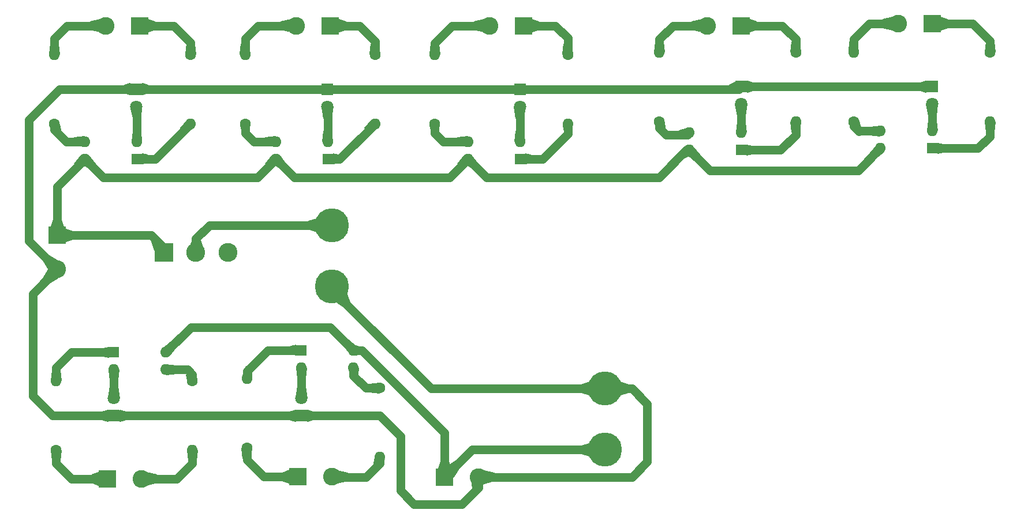
<source format=gbr>
%TF.GenerationSoftware,KiCad,Pcbnew,8.0.1*%
%TF.CreationDate,2024-10-12T00:49:14-03:00*%
%TF.ProjectId,placa de interface clp,706c6163-6120-4646-9520-696e74657266,rev?*%
%TF.SameCoordinates,Original*%
%TF.FileFunction,Copper,L1,Top*%
%TF.FilePolarity,Positive*%
%FSLAX46Y46*%
G04 Gerber Fmt 4.6, Leading zero omitted, Abs format (unit mm)*
G04 Created by KiCad (PCBNEW 8.0.1) date 2024-10-12 00:49:14*
%MOMM*%
%LPD*%
G01*
G04 APERTURE LIST*
%TA.AperFunction,ComponentPad*%
%ADD10C,1.600000*%
%TD*%
%TA.AperFunction,ComponentPad*%
%ADD11O,1.600000X1.600000*%
%TD*%
%TA.AperFunction,ComponentPad*%
%ADD12R,1.600000X1.600000*%
%TD*%
%TA.AperFunction,ComponentPad*%
%ADD13C,5.000000*%
%TD*%
%TA.AperFunction,ComponentPad*%
%ADD14R,2.775000X2.775000*%
%TD*%
%TA.AperFunction,ComponentPad*%
%ADD15C,2.775000*%
%TD*%
%TA.AperFunction,ComponentPad*%
%ADD16R,1.800000X1.800000*%
%TD*%
%TA.AperFunction,ComponentPad*%
%ADD17C,1.800000*%
%TD*%
%TA.AperFunction,ComponentPad*%
%ADD18R,2.600000X2.600000*%
%TD*%
%TA.AperFunction,ComponentPad*%
%ADD19C,2.600000*%
%TD*%
%TA.AperFunction,Conductor*%
%ADD20C,1.270000*%
%TD*%
G04 APERTURE END LIST*
D10*
%TO.P,R4,1*%
%TO.N,Net-(R4-Pad1)*%
X104000000Y-129920000D03*
D11*
%TO.P,R4,2*%
%TO.N,/ESP_SIG_4*%
X104000000Y-140080000D03*
%TD*%
D12*
%TO.P,U7,1*%
%TO.N,Net-(R9-Pad2)*%
X124540000Y-96275000D03*
D11*
%TO.P,U7,2*%
%TO.N,Net-(D5-A)*%
X124540000Y-93735000D03*
%TO.P,U7,3*%
%TO.N,Net-(R10-Pad1)*%
X116920000Y-93735000D03*
%TO.P,U7,4*%
%TO.N,+24V*%
X116920000Y-96275000D03*
%TD*%
D13*
%TO.P,H1,1,1*%
%TO.N,/IN+*%
X97000000Y-106000000D03*
%TD*%
D12*
%TO.P,U8,1*%
%TO.N,Net-(R11-Pad2)*%
X65000000Y-124685000D03*
D11*
%TO.P,U8,2*%
%TO.N,Net-(D6-A)*%
X65000000Y-127225000D03*
%TO.P,U8,3*%
%TO.N,Net-(R12-Pad1)*%
X72620000Y-127225000D03*
%TO.P,U8,4*%
%TO.N,+5V*%
X72620000Y-124685000D03*
%TD*%
D14*
%TO.P,SW1,1,B*%
%TO.N,+24V*%
X72300000Y-110000000D03*
D15*
%TO.P,SW1,2,C*%
%TO.N,/IN+*%
X77000000Y-110000000D03*
%TO.P,SW1,3,A*%
%TO.N,unconnected-(SW1-A-Pad3)*%
X81700000Y-110000000D03*
%TD*%
D10*
%TO.P,R7,1*%
%TO.N,/ESP_SIG_2*%
X103300000Y-80920000D03*
D11*
%TO.P,R7,2*%
%TO.N,Net-(R7-Pad2)*%
X103300000Y-91080000D03*
%TD*%
D16*
%TO.P,D5,1,K*%
%TO.N,Earth*%
X124550000Y-86000000D03*
D17*
%TO.P,D5,2,A*%
%TO.N,Net-(D5-A)*%
X124550000Y-88540000D03*
%TD*%
D12*
%TO.P,U4,1*%
%TO.N,Net-(R3-Pad2)*%
X92500000Y-124380000D03*
D11*
%TO.P,U4,2*%
%TO.N,Net-(D2-A)*%
X92500000Y-126920000D03*
%TO.P,U4,3*%
%TO.N,Net-(R4-Pad1)*%
X100120000Y-126920000D03*
%TO.P,U4,4*%
%TO.N,+5V*%
X100120000Y-124380000D03*
%TD*%
D10*
%TO.P,R13,1*%
%TO.N,/ESP_SIG_7*%
X193500000Y-80615000D03*
D11*
%TO.P,R13,2*%
%TO.N,Net-(R13-Pad2)*%
X193500000Y-90775000D03*
%TD*%
D10*
%TO.P,R11,1*%
%TO.N,/CLP_SIG_5*%
X56500000Y-139040000D03*
D11*
%TO.P,R11,2*%
%TO.N,Net-(R11-Pad2)*%
X56500000Y-128880000D03*
%TD*%
D10*
%TO.P,R14,1*%
%TO.N,Net-(R14-Pad1)*%
X173500000Y-90775000D03*
D11*
%TO.P,R14,2*%
%TO.N,/CLP_SIG_7*%
X173500000Y-80615000D03*
%TD*%
D12*
%TO.P,U1,1*%
%TO.N,Net-(R1-Pad2)*%
X68350000Y-96275000D03*
D11*
%TO.P,U1,2*%
%TO.N,Net-(D1-A)*%
X68350000Y-93735000D03*
%TO.P,U1,3*%
%TO.N,Net-(R2-Pad1)*%
X60730000Y-93735000D03*
%TO.P,U1,4*%
%TO.N,+24V*%
X60730000Y-96275000D03*
%TD*%
D18*
%TO.P,J10,1,Pin_1*%
%TO.N,/CLP_SIG_5*%
X64000000Y-143265000D03*
D19*
%TO.P,J10,2,Pin_2*%
%TO.N,/ESP_SIG_5*%
X69000000Y-143265000D03*
%TD*%
D16*
%TO.P,D4,1,K*%
%TO.N,Earth*%
X96300000Y-86000000D03*
D17*
%TO.P,D4,2,A*%
%TO.N,Net-(D4-A)*%
X96300000Y-88540000D03*
%TD*%
D10*
%TO.P,R2,1*%
%TO.N,Net-(R2-Pad1)*%
X56250000Y-91080000D03*
D11*
%TO.P,R2,2*%
%TO.N,/CLP_SIG_1*%
X56250000Y-80920000D03*
%TD*%
D10*
%TO.P,R10,1*%
%TO.N,Net-(R10-Pad1)*%
X112050000Y-91080000D03*
D11*
%TO.P,R10,2*%
%TO.N,/CLP_SIG_3*%
X112050000Y-80920000D03*
%TD*%
D16*
%TO.P,D6,1,K*%
%TO.N,Earth*%
X65000000Y-134000000D03*
D17*
%TO.P,D6,2,A*%
%TO.N,Net-(D6-A)*%
X65000000Y-131460000D03*
%TD*%
D13*
%TO.P,H3,1,1*%
%TO.N,Earth*%
X137000000Y-130000000D03*
%TD*%
D16*
%TO.P,D7,1,K*%
%TO.N,Earth*%
X185000000Y-85655000D03*
D17*
%TO.P,D7,2,A*%
%TO.N,Net-(D7-A)*%
X185000000Y-88195000D03*
%TD*%
D18*
%TO.P,J6,1,Pin_1*%
%TO.N,/ESP_SIG_6*%
X157000000Y-76695000D03*
D19*
%TO.P,J6,2,Pin_2*%
%TO.N,/CLP_SIG_6*%
X152000000Y-76695000D03*
%TD*%
D13*
%TO.P,H4,1,1*%
%TO.N,+5V*%
X137000000Y-139000000D03*
%TD*%
D18*
%TO.P,J5,1,Pin_1*%
%TO.N,/CLP_SIG_4*%
X92000000Y-142960000D03*
D19*
%TO.P,J5,2,Pin_2*%
%TO.N,/ESP_SIG_4*%
X97000000Y-142960000D03*
%TD*%
D10*
%TO.P,R1,1*%
%TO.N,/ESP_SIG_1*%
X76250000Y-80920000D03*
D11*
%TO.P,R1,2*%
%TO.N,Net-(R1-Pad2)*%
X76250000Y-91080000D03*
%TD*%
D10*
%TO.P,R9,1*%
%TO.N,/ESP_SIG_3*%
X131550000Y-80920000D03*
D11*
%TO.P,R9,2*%
%TO.N,Net-(R9-Pad2)*%
X131550000Y-91080000D03*
%TD*%
D12*
%TO.P,U9,1*%
%TO.N,Net-(R13-Pad2)*%
X185050000Y-94720000D03*
D11*
%TO.P,U9,2*%
%TO.N,Net-(D7-A)*%
X185050000Y-92180000D03*
%TO.P,U9,3*%
%TO.N,Net-(R14-Pad1)*%
X177430000Y-92180000D03*
%TO.P,U9,4*%
%TO.N,+24V*%
X177430000Y-94720000D03*
%TD*%
D18*
%TO.P,J7,1,Pin_1*%
%TO.N,/ESP_SIG_1*%
X68750000Y-76695000D03*
D19*
%TO.P,J7,2,Pin_2*%
%TO.N,/CLP_SIG_1*%
X63750000Y-76695000D03*
%TD*%
D10*
%TO.P,R3,1*%
%TO.N,/CLP_SIG_4*%
X84500000Y-138735000D03*
D11*
%TO.P,R3,2*%
%TO.N,Net-(R3-Pad2)*%
X84500000Y-128575000D03*
%TD*%
D10*
%TO.P,R8,1*%
%TO.N,Net-(R8-Pad1)*%
X84250000Y-91080000D03*
D11*
%TO.P,R8,2*%
%TO.N,/CLP_SIG_2*%
X84250000Y-80920000D03*
%TD*%
D18*
%TO.P,J9,1,Pin_1*%
%TO.N,/ESP_SIG_3*%
X125050000Y-76695000D03*
D19*
%TO.P,J9,2,Pin_2*%
%TO.N,/CLP_SIG_3*%
X120050000Y-76695000D03*
%TD*%
D13*
%TO.P,H2,1,1*%
%TO.N,Earth*%
X97000000Y-115000000D03*
%TD*%
D12*
%TO.P,U5,1*%
%TO.N,Net-(R5-Pad2)*%
X157000000Y-94970000D03*
D11*
%TO.P,U5,2*%
%TO.N,Net-(D3-A)*%
X157000000Y-92430000D03*
%TO.P,U5,3*%
%TO.N,Net-(R6-Pad1)*%
X149380000Y-92430000D03*
%TO.P,U5,4*%
%TO.N,+24V*%
X149380000Y-94970000D03*
%TD*%
D18*
%TO.P,J8,1,Pin_1*%
%TO.N,/ESP_SIG_2*%
X96750000Y-76695000D03*
D19*
%TO.P,J8,2,Pin_2*%
%TO.N,/CLP_SIG_2*%
X91750000Y-76695000D03*
%TD*%
D16*
%TO.P,D2,1,K*%
%TO.N,Earth*%
X92500000Y-134000000D03*
D17*
%TO.P,D2,2,A*%
%TO.N,Net-(D2-A)*%
X92500000Y-131460000D03*
%TD*%
D10*
%TO.P,R5,1*%
%TO.N,/ESP_SIG_6*%
X165000000Y-80615000D03*
D11*
%TO.P,R5,2*%
%TO.N,Net-(R5-Pad2)*%
X165000000Y-90775000D03*
%TD*%
D16*
%TO.P,D3,1,K*%
%TO.N,Earth*%
X157000000Y-85655000D03*
D17*
%TO.P,D3,2,A*%
%TO.N,Net-(D3-A)*%
X157000000Y-88195000D03*
%TD*%
D12*
%TO.P,U6,1*%
%TO.N,Net-(R7-Pad2)*%
X96350000Y-96275000D03*
D11*
%TO.P,U6,2*%
%TO.N,Net-(D4-A)*%
X96350000Y-93735000D03*
%TO.P,U6,3*%
%TO.N,Net-(R8-Pad1)*%
X88730000Y-93735000D03*
%TO.P,U6,4*%
%TO.N,+24V*%
X88730000Y-96275000D03*
%TD*%
D10*
%TO.P,R12,1*%
%TO.N,Net-(R12-Pad1)*%
X76500000Y-128880000D03*
D11*
%TO.P,R12,2*%
%TO.N,/ESP_SIG_5*%
X76500000Y-139040000D03*
%TD*%
D10*
%TO.P,R6,1*%
%TO.N,Net-(R6-Pad1)*%
X145000000Y-90775000D03*
D11*
%TO.P,R6,2*%
%TO.N,/CLP_SIG_6*%
X145000000Y-80615000D03*
%TD*%
D18*
%TO.P,J11,1,Pin_1*%
%TO.N,/ESP_SIG_7*%
X185000000Y-76390000D03*
D19*
%TO.P,J11,2,Pin_2*%
%TO.N,/CLP_SIG_7*%
X180000000Y-76390000D03*
%TD*%
D16*
%TO.P,D1,1,K*%
%TO.N,Earth*%
X68250000Y-86000000D03*
D17*
%TO.P,D1,2,A*%
%TO.N,Net-(D1-A)*%
X68250000Y-88540000D03*
%TD*%
D18*
%TO.P,J4,1,Pin_1*%
%TO.N,+5V*%
X113500000Y-143000000D03*
D19*
%TO.P,J4,2,Pin_2*%
%TO.N,Earth*%
X118500000Y-143000000D03*
%TD*%
D18*
%TO.P,J1,1,Pin_1*%
%TO.N,+24V*%
X56695000Y-107500000D03*
D19*
%TO.P,J1,2,Pin_2*%
%TO.N,Earth*%
X56695000Y-112500000D03*
%TD*%
D20*
%TO.N,Net-(R9-Pad2)*%
X131550000Y-92550000D02*
X131550000Y-91080000D01*
X127825000Y-96275000D02*
X131550000Y-92550000D01*
X124540000Y-96275000D02*
X127825000Y-96275000D01*
%TO.N,Earth*%
X185000000Y-85655000D02*
X157000000Y-85655000D01*
X156655000Y-86000000D02*
X68250000Y-86000000D01*
X157000000Y-85655000D02*
X156655000Y-86000000D01*
%TO.N,Net-(D1-A)*%
X68350000Y-93735000D02*
X68350000Y-88640000D01*
X68350000Y-88640000D02*
X68250000Y-88540000D01*
%TO.N,Earth*%
X141000000Y-130000000D02*
X137000000Y-130000000D01*
X118500000Y-144508000D02*
X116008000Y-147000000D01*
X52492000Y-108297000D02*
X52492000Y-90508000D01*
X53097500Y-131097500D02*
X53097500Y-116097500D01*
X97000000Y-115500000D02*
X111500000Y-130000000D01*
X56000000Y-134000000D02*
X53097500Y-131097500D01*
X65000000Y-134000000D02*
X56000000Y-134000000D01*
X107000000Y-137000000D02*
X104000000Y-134000000D01*
X143231601Y-132231601D02*
X141000000Y-130000000D01*
X56695000Y-112500000D02*
X52492000Y-108297000D01*
X56695000Y-112500000D02*
X53097500Y-116097500D01*
X111500000Y-130000000D02*
X137000000Y-130000000D01*
X109000000Y-147000000D02*
X107000000Y-145000000D01*
X92500000Y-134000000D02*
X64500000Y-134000000D01*
X107000000Y-145000000D02*
X107000000Y-137000000D01*
X57000000Y-86000000D02*
X68250000Y-86000000D01*
X118500000Y-143000000D02*
X118500000Y-144508000D01*
X97000000Y-115000000D02*
X97000000Y-115500000D01*
X52492000Y-90508000D02*
X57000000Y-86000000D01*
X116008000Y-147000000D02*
X109000000Y-147000000D01*
X141000000Y-143000000D02*
X143231601Y-140768399D01*
X143231601Y-140768399D02*
X143231601Y-132231601D01*
X118500000Y-143000000D02*
X141000000Y-143000000D01*
X104000000Y-134000000D02*
X92500000Y-134000000D01*
%TO.N,Net-(D2-A)*%
X92500000Y-131460000D02*
X92500000Y-126920000D01*
%TO.N,Net-(D3-A)*%
X157000000Y-92430000D02*
X157000000Y-88195000D01*
%TO.N,Net-(D4-A)*%
X96350000Y-88590000D02*
X96300000Y-88540000D01*
X96350000Y-93735000D02*
X96350000Y-88590000D01*
%TO.N,Net-(D5-A)*%
X124550000Y-88620000D02*
X124470000Y-88540000D01*
X124540000Y-93735000D02*
X124550000Y-93725000D01*
X124550000Y-93725000D02*
X124550000Y-88620000D01*
%TO.N,Net-(D6-A)*%
X65000000Y-127225000D02*
X65000000Y-131460000D01*
%TO.N,Net-(D7-A)*%
X185050000Y-88245000D02*
X185000000Y-88195000D01*
X185050000Y-92180000D02*
X185050000Y-88245000D01*
%TO.N,+24V*%
X56695000Y-100310000D02*
X60730000Y-96275000D01*
X56695000Y-107500000D02*
X56695000Y-100310000D01*
X174150000Y-98000000D02*
X177430000Y-94720000D01*
X149380000Y-94970000D02*
X148970000Y-94970000D01*
X114195000Y-99000000D02*
X91455000Y-99000000D01*
X91455000Y-99000000D02*
X88730000Y-96275000D01*
X72300000Y-109300000D02*
X72300000Y-110000000D01*
X56695000Y-107500000D02*
X70500000Y-107500000D01*
X60730000Y-96275000D02*
X63455000Y-99000000D01*
X86005000Y-99000000D02*
X88730000Y-96275000D01*
X70500000Y-107500000D02*
X72300000Y-109300000D01*
X63455000Y-99000000D02*
X86005000Y-99000000D01*
X148970000Y-94970000D02*
X144940000Y-99000000D01*
X152410000Y-98000000D02*
X174150000Y-98000000D01*
X116920000Y-96275000D02*
X114195000Y-99000000D01*
X149380000Y-94970000D02*
X152410000Y-98000000D01*
X144940000Y-99000000D02*
X119645000Y-99000000D01*
X119645000Y-99000000D02*
X116920000Y-96275000D01*
%TO.N,/IN+*%
X77000000Y-108000000D02*
X79000000Y-106000000D01*
X77000000Y-110000000D02*
X77000000Y-108000000D01*
X79000000Y-106000000D02*
X97000000Y-106000000D01*
%TO.N,+5V*%
X117500000Y-139000000D02*
X113500000Y-143000000D01*
X76305000Y-121000000D02*
X72620000Y-124685000D01*
X100120000Y-124380000D02*
X101380000Y-124380000D01*
X113500000Y-136500000D02*
X113500000Y-143000000D01*
X100120000Y-124380000D02*
X96740000Y-121000000D01*
X96740000Y-121000000D02*
X76305000Y-121000000D01*
X137000000Y-139000000D02*
X117500000Y-139000000D01*
X101380000Y-124380000D02*
X113500000Y-136500000D01*
%TO.N,/CLP_SIG_4*%
X87000000Y-142960000D02*
X84500000Y-140460000D01*
X84500000Y-140460000D02*
X84500000Y-138735000D01*
X92000000Y-142960000D02*
X87000000Y-142960000D01*
%TO.N,/ESP_SIG_4*%
X97040000Y-143000000D02*
X97000000Y-142960000D01*
X104000000Y-140080000D02*
X104000000Y-141000000D01*
X104000000Y-141000000D02*
X102000000Y-143000000D01*
X102000000Y-143000000D02*
X97040000Y-143000000D01*
%TO.N,/CLP_SIG_6*%
X145000000Y-80615000D02*
X145000000Y-78695000D01*
X145000000Y-78695000D02*
X147000000Y-76695000D01*
X147000000Y-76695000D02*
X152000000Y-76695000D01*
%TO.N,/ESP_SIG_6*%
X165000000Y-78695000D02*
X165000000Y-80615000D01*
X157000000Y-76695000D02*
X163000000Y-76695000D01*
X163000000Y-76695000D02*
X165000000Y-78695000D01*
%TO.N,/CLP_SIG_1*%
X58105000Y-76695000D02*
X56250000Y-78550000D01*
X63750000Y-76695000D02*
X58105000Y-76695000D01*
X56250000Y-78550000D02*
X56250000Y-80920000D01*
%TO.N,/ESP_SIG_1*%
X73745000Y-76695000D02*
X68750000Y-76695000D01*
X76250000Y-80920000D02*
X76250000Y-79200000D01*
X76250000Y-79200000D02*
X73745000Y-76695000D01*
%TO.N,/ESP_SIG_2*%
X96750000Y-76695000D02*
X100995000Y-76695000D01*
X103300000Y-79000000D02*
X103300000Y-80920000D01*
X100995000Y-76695000D02*
X103300000Y-79000000D01*
%TO.N,/CLP_SIG_2*%
X84250000Y-78550000D02*
X84250000Y-80920000D01*
X91750000Y-76695000D02*
X86105000Y-76695000D01*
X86105000Y-76695000D02*
X84250000Y-78550000D01*
%TO.N,/CLP_SIG_3*%
X120050000Y-76695000D02*
X114605000Y-76695000D01*
X114605000Y-76695000D02*
X112050000Y-79250000D01*
X112050000Y-79250000D02*
X112050000Y-80920000D01*
%TO.N,/ESP_SIG_3*%
X125050000Y-76695000D02*
X129745000Y-76695000D01*
X129745000Y-76695000D02*
X131550000Y-78500000D01*
X131550000Y-78500000D02*
X131550000Y-80920000D01*
%TO.N,/ESP_SIG_5*%
X74195000Y-143265000D02*
X69000000Y-143265000D01*
X76500000Y-140960000D02*
X74195000Y-143265000D01*
X76500000Y-139040000D02*
X76500000Y-140960000D01*
%TO.N,/CLP_SIG_5*%
X56500000Y-139040000D02*
X56500000Y-140960000D01*
X58805000Y-143265000D02*
X64000000Y-143265000D01*
X56500000Y-140960000D02*
X58805000Y-143265000D01*
%TO.N,/CLP_SIG_7*%
X173500000Y-78695000D02*
X175805000Y-76390000D01*
X175805000Y-76390000D02*
X180000000Y-76390000D01*
X173500000Y-80615000D02*
X173500000Y-78695000D01*
%TO.N,/ESP_SIG_7*%
X190945000Y-76390000D02*
X193500000Y-78945000D01*
X193500000Y-78945000D02*
X193500000Y-80615000D01*
X185000000Y-76390000D02*
X190945000Y-76390000D01*
%TO.N,Net-(R1-Pad2)*%
X71055000Y-96275000D02*
X76250000Y-91080000D01*
X68350000Y-96275000D02*
X71055000Y-96275000D01*
%TO.N,Net-(R2-Pad1)*%
X58035000Y-93735000D02*
X56250000Y-91950000D01*
X56250000Y-91950000D02*
X56250000Y-91080000D01*
X60730000Y-93735000D02*
X58035000Y-93735000D01*
%TO.N,Net-(R3-Pad2)*%
X87580000Y-124380000D02*
X84500000Y-127460000D01*
X84500000Y-127460000D02*
X84500000Y-128575000D01*
X92500000Y-124380000D02*
X87580000Y-124380000D01*
%TO.N,Net-(R4-Pad1)*%
X100120000Y-128120000D02*
X101920000Y-129920000D01*
X100120000Y-126920000D02*
X100120000Y-128120000D01*
X101920000Y-129920000D02*
X104000000Y-129920000D01*
%TO.N,Net-(R5-Pad2)*%
X162725000Y-94970000D02*
X165000000Y-92695000D01*
X157000000Y-94970000D02*
X162725000Y-94970000D01*
X165000000Y-92695000D02*
X165000000Y-90775000D01*
%TO.N,Net-(R6-Pad1)*%
X145000000Y-91695000D02*
X145000000Y-90775000D01*
X149115000Y-92695000D02*
X146000000Y-92695000D01*
X146000000Y-92695000D02*
X145000000Y-91695000D01*
X149380000Y-92430000D02*
X149115000Y-92695000D01*
%TO.N,Net-(R7-Pad2)*%
X96350000Y-96275000D02*
X98105000Y-96275000D01*
X98105000Y-96275000D02*
X103300000Y-91080000D01*
%TO.N,Net-(R8-Pad1)*%
X85535000Y-93735000D02*
X88730000Y-93735000D01*
X84250000Y-92450000D02*
X85535000Y-93735000D01*
X84250000Y-91080000D02*
X84250000Y-92450000D01*
%TO.N,Net-(R10-Pad1)*%
X116920000Y-93735000D02*
X113285000Y-93735000D01*
X112050000Y-92500000D02*
X112050000Y-91080000D01*
X113285000Y-93735000D02*
X112050000Y-92500000D01*
%TO.N,Net-(R11-Pad2)*%
X56500000Y-126960000D02*
X56500000Y-128880000D01*
X65000000Y-124685000D02*
X58775000Y-124685000D01*
X58775000Y-124685000D02*
X56500000Y-126960000D01*
%TO.N,Net-(R12-Pad1)*%
X76500000Y-127960000D02*
X75765000Y-127225000D01*
X75765000Y-127225000D02*
X72620000Y-127225000D01*
X76500000Y-128880000D02*
X76500000Y-127960000D01*
%TO.N,Net-(R13-Pad2)*%
X185050000Y-94720000D02*
X191725000Y-94720000D01*
X193500000Y-92945000D02*
X193500000Y-90775000D01*
X191725000Y-94720000D02*
X193500000Y-92945000D01*
%TO.N,Net-(R14-Pad1)*%
X173500000Y-91445000D02*
X173500000Y-90775000D01*
X174250000Y-92195000D02*
X173500000Y-91445000D01*
X177430000Y-92180000D02*
X174265000Y-92180000D01*
X174265000Y-92180000D02*
X174250000Y-92195000D01*
%TD*%
%TA.AperFunction,Conductor*%
%TO.N,Net-(R9-Pad2)*%
G36*
X131555185Y-91081154D02*
G01*
X131555192Y-91081157D01*
X132280027Y-91382375D01*
X132286352Y-91388714D01*
X132286954Y-91395737D01*
X131911738Y-93070181D01*
X131906585Y-93077505D01*
X131897763Y-93079040D01*
X131892048Y-93075896D01*
X131011373Y-92195221D01*
X131008285Y-92189740D01*
X130813291Y-91395897D01*
X130814645Y-91387046D01*
X130820169Y-91382300D01*
X131546220Y-91081153D01*
X131555173Y-91081149D01*
X131555185Y-91081154D01*
G37*
%TD.AperFunction*%
%TD*%
%TA.AperFunction,Conductor*%
%TO.N,Net-(R9-Pad2)*%
G36*
X125346163Y-95476271D02*
G01*
X126130663Y-95638074D01*
X126138074Y-95643102D01*
X126140000Y-95649533D01*
X126140000Y-96900466D01*
X126136573Y-96908739D01*
X126130663Y-96911925D01*
X125346171Y-97073727D01*
X125337377Y-97072042D01*
X125335540Y-97070546D01*
X125174793Y-96910000D01*
X124547287Y-96283277D01*
X124543856Y-96275007D01*
X124547278Y-96266732D01*
X124547288Y-96266722D01*
X125335542Y-95479451D01*
X125343815Y-95476031D01*
X125346163Y-95476271D01*
G37*
%TD.AperFunction*%
%TD*%
%TA.AperFunction,Conductor*%
%TO.N,Earth*%
G36*
X184102242Y-84757912D02*
G01*
X184104912Y-84759907D01*
X184992712Y-85646722D01*
X184996143Y-85654994D01*
X184992721Y-85663269D01*
X184992712Y-85663278D01*
X184104912Y-86550092D01*
X184096636Y-86553514D01*
X184093338Y-86553038D01*
X183208395Y-86292471D01*
X183201427Y-86286846D01*
X183200000Y-86281247D01*
X183200000Y-85028752D01*
X183203427Y-85020479D01*
X183208395Y-85017528D01*
X184093339Y-84756961D01*
X184102242Y-84757912D01*
G37*
%TD.AperFunction*%
%TD*%
%TA.AperFunction,Conductor*%
%TO.N,Earth*%
G36*
X157906659Y-84756960D02*
G01*
X158791605Y-85017528D01*
X158798573Y-85023153D01*
X158800000Y-85028752D01*
X158800000Y-86281247D01*
X158796573Y-86289520D01*
X158791605Y-86292471D01*
X157906661Y-86553038D01*
X157897757Y-86552087D01*
X157895087Y-86550092D01*
X157007287Y-85663278D01*
X157003856Y-85655007D01*
X157007278Y-85646731D01*
X157007287Y-85646722D01*
X157895087Y-84759906D01*
X157903362Y-84756485D01*
X157906659Y-84756960D01*
G37*
%TD.AperFunction*%
%TD*%
%TA.AperFunction,Conductor*%
%TO.N,Earth*%
G36*
X156105889Y-84916092D02*
G01*
X156997258Y-85651911D01*
X157001457Y-85659821D01*
X157001458Y-85659828D01*
X157085260Y-86542727D01*
X157082630Y-86551287D01*
X157074718Y-86555481D01*
X157074108Y-86555522D01*
X155212196Y-86634482D01*
X155203785Y-86631409D01*
X155200011Y-86623289D01*
X155200000Y-86622793D01*
X155200000Y-85372203D01*
X155203427Y-85363930D01*
X155206430Y-85361757D01*
X156093179Y-84914669D01*
X156102107Y-84914005D01*
X156105889Y-84916092D01*
G37*
%TD.AperFunction*%
%TD*%
%TA.AperFunction,Conductor*%
%TO.N,Earth*%
G36*
X69156659Y-85101960D02*
G01*
X70041605Y-85362528D01*
X70048573Y-85368153D01*
X70050000Y-85373752D01*
X70050000Y-86626247D01*
X70046573Y-86634520D01*
X70041605Y-86637471D01*
X69156661Y-86898038D01*
X69147757Y-86897087D01*
X69145087Y-86895092D01*
X68257287Y-86008278D01*
X68253856Y-86000007D01*
X68257278Y-85991731D01*
X68257287Y-85991722D01*
X69145087Y-85104906D01*
X69153362Y-85101485D01*
X69156659Y-85101960D01*
G37*
%TD.AperFunction*%
%TD*%
%TA.AperFunction,Conductor*%
%TO.N,Net-(D1-A)*%
G36*
X68982718Y-92138427D02*
G01*
X68986083Y-92145500D01*
X69148671Y-93722116D01*
X69146111Y-93730697D01*
X69138233Y-93734954D01*
X69137048Y-93735016D01*
X68350015Y-93735999D01*
X68349985Y-93735999D01*
X67562951Y-93735016D01*
X67554683Y-93731579D01*
X67551266Y-93723301D01*
X67551327Y-93722129D01*
X67713917Y-92145499D01*
X67718174Y-92137622D01*
X67725555Y-92135000D01*
X68974445Y-92135000D01*
X68982718Y-92138427D01*
G37*
%TD.AperFunction*%
%TD*%
%TA.AperFunction,Conductor*%
%TO.N,Net-(D1-A)*%
G36*
X69137180Y-88539985D02*
G01*
X69145448Y-88543421D01*
X69148866Y-88551698D01*
X69148816Y-88552765D01*
X68985984Y-90309489D01*
X68981808Y-90317410D01*
X68974334Y-90320109D01*
X67724530Y-90320109D01*
X67716257Y-90316682D01*
X67713072Y-90310775D01*
X67712806Y-90309489D01*
X67420462Y-88893877D01*
X67422145Y-88885083D01*
X67427429Y-88880708D01*
X68247842Y-88539896D01*
X68252336Y-88539002D01*
X69137180Y-88539985D01*
G37*
%TD.AperFunction*%
%TD*%
%TA.AperFunction,Conductor*%
%TO.N,Earth*%
G36*
X140491641Y-129362509D02*
G01*
X140498591Y-129368156D01*
X140500000Y-129373722D01*
X140500000Y-130626277D01*
X140496573Y-130634550D01*
X140491641Y-130637490D01*
X139279121Y-130998773D01*
X139271074Y-130998272D01*
X137878555Y-130386446D01*
X137023379Y-130010711D01*
X137017184Y-130004246D01*
X137017374Y-129995294D01*
X137023379Y-129989288D01*
X139271075Y-129001726D01*
X139279121Y-129001226D01*
X140491641Y-129362509D01*
G37*
%TD.AperFunction*%
%TD*%
%TA.AperFunction,Conductor*%
%TO.N,Earth*%
G36*
X97023026Y-115011506D02*
G01*
X99216960Y-116140582D01*
X99222520Y-116146768D01*
X99646338Y-117243953D01*
X99646122Y-117252905D01*
X99643697Y-117256442D01*
X98757964Y-118142175D01*
X98749691Y-118145602D01*
X98743028Y-118143520D01*
X98192554Y-117762166D01*
X97663638Y-117395745D01*
X97659025Y-117389244D01*
X97006395Y-115025021D01*
X97007497Y-115016137D01*
X97014560Y-115010632D01*
X97023026Y-115011506D01*
G37*
%TD.AperFunction*%
%TD*%
%TA.AperFunction,Conductor*%
%TO.N,Earth*%
G36*
X64102242Y-133102912D02*
G01*
X64104912Y-133104907D01*
X64992712Y-133991722D01*
X64996143Y-133999994D01*
X64992721Y-134008269D01*
X64992712Y-134008278D01*
X64104912Y-134895092D01*
X64096636Y-134898514D01*
X64093338Y-134898038D01*
X63208395Y-134637471D01*
X63201427Y-134631846D01*
X63200000Y-134626247D01*
X63200000Y-133373752D01*
X63203427Y-133365479D01*
X63208395Y-133362528D01*
X64093339Y-133101961D01*
X64102242Y-133102912D01*
G37*
%TD.AperFunction*%
%TD*%
%TA.AperFunction,Conductor*%
%TO.N,Earth*%
G36*
X55536015Y-110439878D02*
G01*
X56822600Y-111215912D01*
X56827914Y-111223120D01*
X56828194Y-111227142D01*
X56696685Y-112491302D01*
X56692421Y-112499176D01*
X56686305Y-112501723D01*
X55426861Y-112637861D01*
X55418268Y-112635343D01*
X55415592Y-112632282D01*
X55330355Y-112491302D01*
X54634890Y-111341017D01*
X54633543Y-111332167D01*
X54636628Y-111326695D01*
X55521700Y-110441623D01*
X55529972Y-110438197D01*
X55536015Y-110439878D01*
G37*
%TD.AperFunction*%
%TD*%
%TA.AperFunction,Conductor*%
%TO.N,Earth*%
G36*
X56686306Y-112498276D02*
G01*
X56694162Y-112502572D01*
X56696685Y-112508697D01*
X56816347Y-113658980D01*
X56828194Y-113772857D01*
X56825642Y-113781441D01*
X56822600Y-113784087D01*
X55536015Y-114560121D01*
X55527161Y-114561459D01*
X55521699Y-114558375D01*
X54636630Y-113673306D01*
X54633203Y-113665033D01*
X54634890Y-113658983D01*
X55415593Y-112367715D01*
X55422805Y-112362409D01*
X55426860Y-112362137D01*
X56686306Y-112498276D01*
G37*
%TD.AperFunction*%
%TD*%
%TA.AperFunction,Conductor*%
%TO.N,Earth*%
G36*
X134728925Y-129001727D02*
G01*
X136976619Y-129989288D01*
X136982815Y-129995754D01*
X136982625Y-130004706D01*
X136976619Y-130010712D01*
X134728925Y-130998272D01*
X134720878Y-130998773D01*
X133508359Y-130637490D01*
X133501409Y-130631843D01*
X133500000Y-130626277D01*
X133500000Y-129373722D01*
X133503427Y-129365449D01*
X133508357Y-129362509D01*
X134720879Y-129001226D01*
X134728925Y-129001727D01*
G37*
%TD.AperFunction*%
%TD*%
%TA.AperFunction,Conductor*%
%TO.N,Earth*%
G36*
X65906659Y-133101960D02*
G01*
X66791605Y-133362528D01*
X66798573Y-133368153D01*
X66800000Y-133373752D01*
X66800000Y-134626247D01*
X66796573Y-134634520D01*
X66791605Y-134637471D01*
X65906661Y-134898038D01*
X65897757Y-134897087D01*
X65895087Y-134895092D01*
X65007287Y-134008278D01*
X65003856Y-134000007D01*
X65007278Y-133991731D01*
X65007287Y-133991722D01*
X65895087Y-133104906D01*
X65903362Y-133101485D01*
X65906659Y-133101960D01*
G37*
%TD.AperFunction*%
%TD*%
%TA.AperFunction,Conductor*%
%TO.N,Earth*%
G36*
X91602242Y-133102912D02*
G01*
X91604912Y-133104907D01*
X92492712Y-133991722D01*
X92496143Y-133999994D01*
X92492721Y-134008269D01*
X92492712Y-134008278D01*
X91604912Y-134895092D01*
X91596636Y-134898514D01*
X91593338Y-134898038D01*
X90708395Y-134637471D01*
X90701427Y-134631846D01*
X90700000Y-134626247D01*
X90700000Y-133373752D01*
X90703427Y-133365479D01*
X90708395Y-133362528D01*
X91593339Y-133101961D01*
X91602242Y-133102912D01*
G37*
%TD.AperFunction*%
%TD*%
%TA.AperFunction,Conductor*%
%TO.N,Earth*%
G36*
X67352242Y-85102912D02*
G01*
X67354912Y-85104907D01*
X68242712Y-85991722D01*
X68246143Y-85999994D01*
X68242721Y-86008269D01*
X68242712Y-86008278D01*
X67354912Y-86895092D01*
X67346636Y-86898514D01*
X67343338Y-86898038D01*
X66458395Y-86637471D01*
X66451427Y-86631846D01*
X66450000Y-86626247D01*
X66450000Y-85373752D01*
X66453427Y-85365479D01*
X66458395Y-85362528D01*
X67343339Y-85101961D01*
X67352242Y-85102912D01*
G37*
%TD.AperFunction*%
%TD*%
%TA.AperFunction,Conductor*%
%TO.N,Earth*%
G36*
X118506302Y-143006908D02*
G01*
X119255834Y-144027022D01*
X119257971Y-144035718D01*
X119256511Y-144039845D01*
X118410597Y-145489966D01*
X118403469Y-145495386D01*
X118394596Y-145494177D01*
X118392218Y-145492344D01*
X117507577Y-144607703D01*
X117504308Y-144601349D01*
X117327114Y-143535338D01*
X117329138Y-143526616D01*
X117333864Y-143522748D01*
X118492084Y-143003160D01*
X118501035Y-143002901D01*
X118506302Y-143006908D01*
G37*
%TD.AperFunction*%
%TD*%
%TA.AperFunction,Conductor*%
%TO.N,Earth*%
G36*
X119307198Y-142001760D02*
G01*
X120791066Y-142362826D01*
X120798295Y-142368111D01*
X120800000Y-142374194D01*
X120800000Y-143625805D01*
X120796573Y-143634078D01*
X120791066Y-143637173D01*
X119307201Y-143998238D01*
X119298352Y-143996865D01*
X119295305Y-143994185D01*
X118504857Y-143007313D01*
X118502361Y-142998715D01*
X118504858Y-142992686D01*
X119295305Y-142005813D01*
X119303150Y-142001500D01*
X119307198Y-142001760D01*
G37*
%TD.AperFunction*%
%TD*%
%TA.AperFunction,Conductor*%
%TO.N,Earth*%
G36*
X93406659Y-133101960D02*
G01*
X94291605Y-133362528D01*
X94298573Y-133368153D01*
X94300000Y-133373752D01*
X94300000Y-134626247D01*
X94296573Y-134634520D01*
X94291605Y-134637471D01*
X93406661Y-134898038D01*
X93397757Y-134897087D01*
X93395087Y-134895092D01*
X92507287Y-134008278D01*
X92503856Y-134000007D01*
X92507278Y-133991731D01*
X92507287Y-133991722D01*
X93395087Y-133104906D01*
X93403362Y-133101485D01*
X93406659Y-133101960D01*
G37*
%TD.AperFunction*%
%TD*%
%TA.AperFunction,Conductor*%
%TO.N,Net-(D2-A)*%
G36*
X93287049Y-126919983D02*
G01*
X93295316Y-126923420D01*
X93298733Y-126931698D01*
X93298671Y-126932883D01*
X93136083Y-128509500D01*
X93131826Y-128517378D01*
X93124445Y-128520000D01*
X91875555Y-128520000D01*
X91867282Y-128516573D01*
X91863917Y-128509500D01*
X91701328Y-126932881D01*
X91703888Y-126924302D01*
X91711766Y-126920045D01*
X91712935Y-126919983D01*
X92500000Y-126919000D01*
X93287049Y-126919983D01*
G37*
%TD.AperFunction*%
%TD*%
%TA.AperFunction,Conductor*%
%TO.N,Net-(D2-A)*%
G36*
X93133170Y-129663427D02*
G01*
X93136472Y-129669996D01*
X93398028Y-131446611D01*
X93395843Y-131455295D01*
X93388157Y-131459890D01*
X93386466Y-131460015D01*
X92500013Y-131460999D01*
X92499987Y-131460999D01*
X91613533Y-131460015D01*
X91605264Y-131456579D01*
X91601846Y-131448302D01*
X91601971Y-131446611D01*
X91863528Y-129669996D01*
X91868123Y-129662310D01*
X91875103Y-129660000D01*
X93124897Y-129660000D01*
X93133170Y-129663427D01*
G37*
%TD.AperFunction*%
%TD*%
%TA.AperFunction,Conductor*%
%TO.N,Net-(D3-A)*%
G36*
X157886468Y-88194984D02*
G01*
X157894735Y-88198420D01*
X157898153Y-88206697D01*
X157898028Y-88208388D01*
X157636472Y-89985004D01*
X157631877Y-89992690D01*
X157624897Y-89995000D01*
X156375103Y-89995000D01*
X156366830Y-89991573D01*
X156363528Y-89985004D01*
X156101971Y-88208388D01*
X156104156Y-88199704D01*
X156111842Y-88195109D01*
X156113519Y-88194984D01*
X157000000Y-88194000D01*
X157886468Y-88194984D01*
G37*
%TD.AperFunction*%
%TD*%
%TA.AperFunction,Conductor*%
%TO.N,Net-(D3-A)*%
G36*
X157632718Y-90833427D02*
G01*
X157636083Y-90840500D01*
X157798671Y-92417116D01*
X157796111Y-92425697D01*
X157788233Y-92429954D01*
X157787048Y-92430016D01*
X157000015Y-92430999D01*
X156999985Y-92430999D01*
X156212951Y-92430016D01*
X156204683Y-92426579D01*
X156201266Y-92418301D01*
X156201327Y-92417129D01*
X156363917Y-90840499D01*
X156368174Y-90832622D01*
X156375555Y-90830000D01*
X157624445Y-90830000D01*
X157632718Y-90833427D01*
G37*
%TD.AperFunction*%
%TD*%
%TA.AperFunction,Conductor*%
%TO.N,Net-(D4-A)*%
G36*
X97186824Y-88539985D02*
G01*
X97195093Y-88543421D01*
X97198511Y-88551698D01*
X97198428Y-88553080D01*
X96986238Y-90319749D01*
X96981849Y-90327555D01*
X96974621Y-90330054D01*
X95724821Y-90330054D01*
X95716548Y-90326627D01*
X95713298Y-90320382D01*
X95402413Y-88553712D01*
X95404354Y-88544970D01*
X95411908Y-88540161D01*
X95413916Y-88539984D01*
X96300000Y-88539000D01*
X97186824Y-88539985D01*
G37*
%TD.AperFunction*%
%TD*%
%TA.AperFunction,Conductor*%
%TO.N,Net-(D4-A)*%
G36*
X96982718Y-92138427D02*
G01*
X96986083Y-92145500D01*
X97148671Y-93722116D01*
X97146111Y-93730697D01*
X97138233Y-93734954D01*
X97137048Y-93735016D01*
X96350015Y-93735999D01*
X96349985Y-93735999D01*
X95562951Y-93735016D01*
X95554683Y-93731579D01*
X95551266Y-93723301D01*
X95551327Y-93722129D01*
X95713917Y-92145499D01*
X95718174Y-92137622D01*
X95725555Y-92135000D01*
X96974445Y-92135000D01*
X96982718Y-92138427D01*
G37*
%TD.AperFunction*%
%TD*%
%TA.AperFunction,Conductor*%
%TO.N,Net-(D5-A)*%
G36*
X125182653Y-92140416D02*
G01*
X125186025Y-92147559D01*
X125338757Y-93722186D01*
X125336145Y-93730752D01*
X125328242Y-93734961D01*
X125327127Y-93735016D01*
X124540015Y-93735999D01*
X124539985Y-93735999D01*
X123753034Y-93735016D01*
X123744766Y-93731579D01*
X123741349Y-93723301D01*
X123741419Y-93722042D01*
X123913858Y-92147415D01*
X123918165Y-92139564D01*
X123925488Y-92136989D01*
X125174380Y-92136989D01*
X125182653Y-92140416D01*
G37*
%TD.AperFunction*%
%TD*%
%TA.AperFunction,Conductor*%
%TO.N,Net-(D5-A)*%
G36*
X125436468Y-88539984D02*
G01*
X125444735Y-88543420D01*
X125448153Y-88551697D01*
X125448028Y-88553388D01*
X125186472Y-90330004D01*
X125181877Y-90337690D01*
X125174897Y-90340000D01*
X123925103Y-90340000D01*
X123916830Y-90336573D01*
X123913528Y-90330004D01*
X123651971Y-88553388D01*
X123654156Y-88544704D01*
X123661842Y-88540109D01*
X123663519Y-88539984D01*
X124550000Y-88539000D01*
X125436468Y-88539984D01*
G37*
%TD.AperFunction*%
%TD*%
%TA.AperFunction,Conductor*%
%TO.N,Net-(D6-A)*%
G36*
X65787049Y-127224983D02*
G01*
X65795316Y-127228420D01*
X65798733Y-127236698D01*
X65798671Y-127237883D01*
X65636083Y-128814500D01*
X65631826Y-128822378D01*
X65624445Y-128825000D01*
X64375555Y-128825000D01*
X64367282Y-128821573D01*
X64363917Y-128814500D01*
X64201328Y-127237881D01*
X64203888Y-127229302D01*
X64211766Y-127225045D01*
X64212935Y-127224983D01*
X65000000Y-127224000D01*
X65787049Y-127224983D01*
G37*
%TD.AperFunction*%
%TD*%
%TA.AperFunction,Conductor*%
%TO.N,Net-(D6-A)*%
G36*
X65633170Y-129663427D02*
G01*
X65636472Y-129669996D01*
X65898028Y-131446611D01*
X65895843Y-131455295D01*
X65888157Y-131459890D01*
X65886466Y-131460015D01*
X65000013Y-131460999D01*
X64999987Y-131460999D01*
X64113533Y-131460015D01*
X64105264Y-131456579D01*
X64101846Y-131448302D01*
X64101971Y-131446611D01*
X64363528Y-129669996D01*
X64368123Y-129662310D01*
X64375103Y-129660000D01*
X65624897Y-129660000D01*
X65633170Y-129663427D01*
G37*
%TD.AperFunction*%
%TD*%
%TA.AperFunction,Conductor*%
%TO.N,Net-(D7-A)*%
G36*
X185886824Y-88194985D02*
G01*
X185895093Y-88198421D01*
X185898511Y-88206698D01*
X185898428Y-88208080D01*
X185686238Y-89974749D01*
X185681849Y-89982555D01*
X185674621Y-89985054D01*
X184424821Y-89985054D01*
X184416548Y-89981627D01*
X184413298Y-89975382D01*
X184102413Y-88208712D01*
X184104354Y-88199970D01*
X184111908Y-88195161D01*
X184113916Y-88194984D01*
X185000000Y-88194000D01*
X185886824Y-88194985D01*
G37*
%TD.AperFunction*%
%TD*%
%TA.AperFunction,Conductor*%
%TO.N,Net-(D7-A)*%
G36*
X185682718Y-90583427D02*
G01*
X185686083Y-90590500D01*
X185848671Y-92167116D01*
X185846111Y-92175697D01*
X185838233Y-92179954D01*
X185837048Y-92180016D01*
X185050015Y-92180999D01*
X185049985Y-92180999D01*
X184262951Y-92180016D01*
X184254683Y-92176579D01*
X184251266Y-92168301D01*
X184251327Y-92167129D01*
X184413917Y-90590499D01*
X184418174Y-90582622D01*
X184425555Y-90580000D01*
X185674445Y-90580000D01*
X185682718Y-90583427D01*
G37*
%TD.AperFunction*%
%TD*%
%TA.AperFunction,Conductor*%
%TO.N,+24V*%
G36*
X60172603Y-95717667D02*
G01*
X60173485Y-95718462D01*
X60730707Y-96274293D01*
X60730727Y-96274313D01*
X61286537Y-96831514D01*
X61289954Y-96839792D01*
X61286517Y-96848060D01*
X61285635Y-96848855D01*
X60055833Y-97848724D01*
X60047252Y-97851284D01*
X60040179Y-97847919D01*
X59157080Y-96964820D01*
X59153653Y-96956547D01*
X59156273Y-96949169D01*
X60156145Y-95719363D01*
X60164022Y-95715107D01*
X60172603Y-95717667D01*
G37*
%TD.AperFunction*%
%TD*%
%TA.AperFunction,Conductor*%
%TO.N,+24V*%
G36*
X57330088Y-105203427D02*
G01*
X57332806Y-105207688D01*
X57692794Y-106193958D01*
X57692411Y-106202905D01*
X57691079Y-106205100D01*
X56704276Y-107488931D01*
X56696518Y-107493402D01*
X56687870Y-107491077D01*
X56685724Y-107488931D01*
X55698920Y-106205100D01*
X55696595Y-106196452D01*
X55697205Y-106193958D01*
X56057194Y-105207688D01*
X56063250Y-105201092D01*
X56068185Y-105200000D01*
X57321815Y-105200000D01*
X57330088Y-105203427D01*
G37*
%TD.AperFunction*%
%TD*%
%TA.AperFunction,Conductor*%
%TO.N,+24V*%
G36*
X176872603Y-94162667D02*
G01*
X176873485Y-94163462D01*
X177430707Y-94719293D01*
X177430727Y-94719313D01*
X177986537Y-95276514D01*
X177989954Y-95284792D01*
X177986517Y-95293060D01*
X177985635Y-95293855D01*
X176755833Y-96293724D01*
X176747252Y-96296284D01*
X176740179Y-96292919D01*
X175857080Y-95409820D01*
X175853653Y-95401547D01*
X175856273Y-95394169D01*
X176856145Y-94164363D01*
X176864022Y-94160107D01*
X176872603Y-94162667D01*
G37*
%TD.AperFunction*%
%TD*%
%TA.AperFunction,Conductor*%
%TO.N,+24V*%
G36*
X89303060Y-95718482D02*
G01*
X89303855Y-95719364D01*
X90303724Y-96949167D01*
X90306284Y-96957747D01*
X90302919Y-96964820D01*
X89419820Y-97847919D01*
X89411547Y-97851346D01*
X89404167Y-97848724D01*
X88174364Y-96848855D01*
X88170107Y-96840977D01*
X88172667Y-96832396D01*
X88173451Y-96831525D01*
X88729293Y-96274293D01*
X89286515Y-95718461D01*
X89294792Y-95715045D01*
X89303060Y-95718482D01*
G37*
%TD.AperFunction*%
%TD*%
%TA.AperFunction,Conductor*%
%TO.N,+24V*%
G36*
X58001041Y-106502205D02*
G01*
X58987313Y-106862194D01*
X58993908Y-106868249D01*
X58995000Y-106873184D01*
X58995000Y-108126815D01*
X58991573Y-108135088D01*
X58987312Y-108137806D01*
X58001041Y-108497794D01*
X57992094Y-108497411D01*
X57989899Y-108496079D01*
X56706068Y-107509276D01*
X56701597Y-107501518D01*
X56703922Y-107492870D01*
X56706068Y-107490724D01*
X57989900Y-106503919D01*
X57998547Y-106501595D01*
X58001041Y-106502205D01*
G37*
%TD.AperFunction*%
%TD*%
%TA.AperFunction,Conductor*%
%TO.N,+24V*%
G36*
X61303060Y-95718482D02*
G01*
X61303855Y-95719364D01*
X62303724Y-96949167D01*
X62306284Y-96957747D01*
X62302919Y-96964820D01*
X61419820Y-97847919D01*
X61411547Y-97851346D01*
X61404167Y-97848724D01*
X60174364Y-96848855D01*
X60170107Y-96840977D01*
X60172667Y-96832396D01*
X60173451Y-96831525D01*
X60729293Y-96274293D01*
X61286515Y-95718461D01*
X61294792Y-95715045D01*
X61303060Y-95718482D01*
G37*
%TD.AperFunction*%
%TD*%
%TA.AperFunction,Conductor*%
%TO.N,+24V*%
G36*
X88172603Y-95717667D02*
G01*
X88173485Y-95718462D01*
X88730707Y-96274293D01*
X88730727Y-96274313D01*
X89286537Y-96831514D01*
X89289954Y-96839792D01*
X89286517Y-96848060D01*
X89285635Y-96848855D01*
X88055833Y-97848724D01*
X88047252Y-97851284D01*
X88040179Y-97847919D01*
X87157080Y-96964820D01*
X87153653Y-96956547D01*
X87156273Y-96949169D01*
X88156145Y-95719363D01*
X88164022Y-95715107D01*
X88172603Y-95717667D01*
G37*
%TD.AperFunction*%
%TD*%
%TA.AperFunction,Conductor*%
%TO.N,+24V*%
G36*
X71362673Y-107464193D02*
G01*
X72573003Y-108608054D01*
X72576662Y-108616227D01*
X72576441Y-108618846D01*
X72303002Y-109989205D01*
X72298022Y-109996648D01*
X72289239Y-109998390D01*
X72289211Y-109998384D01*
X70919136Y-109721578D01*
X70911705Y-109716581D01*
X70910355Y-109713816D01*
X70544690Y-108618846D01*
X70458672Y-108361267D01*
X70459302Y-108352336D01*
X70461494Y-108349293D01*
X71346365Y-107464422D01*
X71354637Y-107460996D01*
X71362673Y-107464193D01*
G37*
%TD.AperFunction*%
%TD*%
%TA.AperFunction,Conductor*%
%TO.N,+24V*%
G36*
X148821945Y-94411926D02*
G01*
X149379048Y-94967638D01*
X149381600Y-94971456D01*
X149682047Y-95699174D01*
X149682036Y-95708129D01*
X149676602Y-95714034D01*
X148541015Y-96300682D01*
X148532092Y-96301434D01*
X148527372Y-96298560D01*
X147644363Y-95415551D01*
X147640936Y-95407278D01*
X147644363Y-95399005D01*
X147645058Y-95398364D01*
X148806105Y-94411294D01*
X148814626Y-94408547D01*
X148821945Y-94411926D01*
G37*
%TD.AperFunction*%
%TD*%
%TA.AperFunction,Conductor*%
%TO.N,+24V*%
G36*
X116362603Y-95717667D02*
G01*
X116363485Y-95718462D01*
X116920707Y-96274293D01*
X116920727Y-96274313D01*
X117476537Y-96831514D01*
X117479954Y-96839792D01*
X117476517Y-96848060D01*
X117475635Y-96848855D01*
X116245833Y-97848724D01*
X116237252Y-97851284D01*
X116230179Y-97847919D01*
X115347080Y-96964820D01*
X115343653Y-96956547D01*
X115346273Y-96949169D01*
X116346145Y-95719363D01*
X116354022Y-95715107D01*
X116362603Y-95717667D01*
G37*
%TD.AperFunction*%
%TD*%
%TA.AperFunction,Conductor*%
%TO.N,+24V*%
G36*
X149953060Y-94413482D02*
G01*
X149953855Y-94414364D01*
X150953724Y-95644167D01*
X150956284Y-95652747D01*
X150952919Y-95659820D01*
X150069820Y-96542919D01*
X150061547Y-96546346D01*
X150054167Y-96543724D01*
X148824364Y-95543855D01*
X148820107Y-95535977D01*
X148822667Y-95527396D01*
X148823451Y-95526525D01*
X149379293Y-94969293D01*
X149936515Y-94413461D01*
X149944792Y-94410045D01*
X149953060Y-94413482D01*
G37*
%TD.AperFunction*%
%TD*%
%TA.AperFunction,Conductor*%
%TO.N,+24V*%
G36*
X117493060Y-95718482D02*
G01*
X117493855Y-95719364D01*
X118493724Y-96949167D01*
X118496284Y-96957747D01*
X118492919Y-96964820D01*
X117609820Y-97847919D01*
X117601547Y-97851346D01*
X117594167Y-97848724D01*
X116364364Y-96848855D01*
X116360107Y-96840977D01*
X116362667Y-96832396D01*
X116363451Y-96831525D01*
X116919293Y-96274293D01*
X117476515Y-95718461D01*
X117484792Y-95715045D01*
X117493060Y-95718482D01*
G37*
%TD.AperFunction*%
%TD*%
%TA.AperFunction,Conductor*%
%TO.N,/IN+*%
G36*
X76818664Y-107301705D02*
G01*
X76822424Y-107304227D01*
X77706410Y-108188213D01*
X77709003Y-108192149D01*
X78097602Y-109165693D01*
X78097487Y-109174647D01*
X78093759Y-109179388D01*
X77008082Y-109994110D01*
X76999408Y-109996335D01*
X76992159Y-109992347D01*
X76116884Y-108966674D01*
X76114120Y-108958156D01*
X76114988Y-108954569D01*
X76803356Y-107307986D01*
X76809709Y-107301676D01*
X76818664Y-107301705D01*
G37*
%TD.AperFunction*%
%TD*%
%TA.AperFunction,Conductor*%
%TO.N,/IN+*%
G36*
X94728925Y-105001727D02*
G01*
X96976619Y-105989288D01*
X96982815Y-105995754D01*
X96982625Y-106004706D01*
X96976619Y-106010712D01*
X94728925Y-106998272D01*
X94720878Y-106998773D01*
X93508359Y-106637490D01*
X93501409Y-106631843D01*
X93500000Y-106626277D01*
X93500000Y-105373722D01*
X93503427Y-105365449D01*
X93508357Y-105362509D01*
X94720879Y-105001226D01*
X94728925Y-105001727D01*
G37*
%TD.AperFunction*%
%TD*%
%TA.AperFunction,Conductor*%
%TO.N,+5V*%
G36*
X115064992Y-140550780D02*
G01*
X115949219Y-141435007D01*
X115952646Y-141443280D01*
X115950570Y-141449933D01*
X114803867Y-143108619D01*
X114796344Y-143113476D01*
X114793226Y-143113622D01*
X113509078Y-143001560D01*
X113501134Y-142997427D01*
X113498439Y-142990921D01*
X113386377Y-141706773D01*
X113389072Y-141698233D01*
X113391376Y-141696134D01*
X115050068Y-140549428D01*
X115058820Y-140547543D01*
X115064992Y-140550780D01*
G37*
%TD.AperFunction*%
%TD*%
%TA.AperFunction,Conductor*%
%TO.N,+5V*%
G36*
X73309820Y-123112080D02*
G01*
X74192919Y-123995179D01*
X74196346Y-124003452D01*
X74193724Y-124010833D01*
X73193855Y-125240635D01*
X73185977Y-125244892D01*
X73177396Y-125242332D01*
X73176514Y-125241537D01*
X72619293Y-124685707D01*
X72619273Y-124685687D01*
X72063462Y-124128485D01*
X72060045Y-124120207D01*
X72063482Y-124111939D01*
X72064354Y-124111152D01*
X73294169Y-123111274D01*
X73302747Y-123108715D01*
X73309820Y-123112080D01*
G37*
%TD.AperFunction*%
%TD*%
%TA.AperFunction,Conductor*%
%TO.N,+5V*%
G36*
X102051222Y-124165526D02*
G01*
X102058042Y-124171328D01*
X102058761Y-124180253D01*
X102055900Y-124184932D01*
X101174333Y-125066499D01*
X101167284Y-125069862D01*
X100132912Y-125178642D01*
X100124326Y-125176099D01*
X100120052Y-125168230D01*
X100119988Y-125167026D01*
X100119295Y-124381630D01*
X100120191Y-124377131D01*
X100200063Y-124184932D01*
X100422010Y-123650850D01*
X100428348Y-123644527D01*
X100436406Y-123644208D01*
X102051222Y-124165526D01*
G37*
%TD.AperFunction*%
%TD*%
%TA.AperFunction,Conductor*%
%TO.N,+5V*%
G36*
X114135088Y-140703427D02*
G01*
X114137806Y-140707688D01*
X114497794Y-141693958D01*
X114497411Y-141702905D01*
X114496079Y-141705100D01*
X113509276Y-142988931D01*
X113501518Y-142993402D01*
X113492870Y-142991077D01*
X113490724Y-142988931D01*
X112503920Y-141705100D01*
X112501595Y-141696452D01*
X112502205Y-141693958D01*
X112862194Y-140707688D01*
X112868250Y-140701092D01*
X112873185Y-140700000D01*
X114126815Y-140700000D01*
X114135088Y-140703427D01*
G37*
%TD.AperFunction*%
%TD*%
%TA.AperFunction,Conductor*%
%TO.N,+5V*%
G36*
X99445831Y-122806274D02*
G01*
X100533002Y-123690179D01*
X100675635Y-123806144D01*
X100679892Y-123814022D01*
X100677332Y-123822603D01*
X100676537Y-123823485D01*
X100120727Y-124380687D01*
X100120707Y-124380707D01*
X99563485Y-124936537D01*
X99555207Y-124939954D01*
X99546939Y-124936517D01*
X99546144Y-124935635D01*
X98546274Y-123705831D01*
X98543715Y-123697252D01*
X98547079Y-123690180D01*
X99430180Y-122807079D01*
X99438452Y-122803653D01*
X99445831Y-122806274D01*
G37*
%TD.AperFunction*%
%TD*%
%TA.AperFunction,Conductor*%
%TO.N,+5V*%
G36*
X134728925Y-138001727D02*
G01*
X136976619Y-138989288D01*
X136982815Y-138995754D01*
X136982625Y-139004706D01*
X136976619Y-139010712D01*
X134728925Y-139998272D01*
X134720878Y-139998773D01*
X133508359Y-139637490D01*
X133501409Y-139631843D01*
X133500000Y-139626277D01*
X133500000Y-138373722D01*
X133503427Y-138365449D01*
X133508357Y-138362509D01*
X134720879Y-138001226D01*
X134728925Y-138001727D01*
G37*
%TD.AperFunction*%
%TD*%
%TA.AperFunction,Conductor*%
%TO.N,/CLP_SIG_4*%
G36*
X85287049Y-138734983D02*
G01*
X85295316Y-138738420D01*
X85298733Y-138746698D01*
X85298671Y-138747883D01*
X85136083Y-140324500D01*
X85131826Y-140332378D01*
X85124445Y-140335000D01*
X83875555Y-140335000D01*
X83867282Y-140331573D01*
X83863917Y-140324500D01*
X83701328Y-138747881D01*
X83703888Y-138739302D01*
X83711766Y-138735045D01*
X83712935Y-138734983D01*
X84500000Y-138734000D01*
X85287049Y-138734983D01*
G37*
%TD.AperFunction*%
%TD*%
%TA.AperFunction,Conductor*%
%TO.N,/CLP_SIG_4*%
G36*
X90702905Y-141962588D02*
G01*
X90705100Y-141963920D01*
X91988931Y-142950724D01*
X91993402Y-142958482D01*
X91991077Y-142967130D01*
X91988931Y-142969276D01*
X90705100Y-143956079D01*
X90696452Y-143958404D01*
X90693958Y-143957794D01*
X89707688Y-143597806D01*
X89701092Y-143591750D01*
X89700000Y-143586815D01*
X89700000Y-142333184D01*
X89703427Y-142324911D01*
X89707684Y-142322195D01*
X90693958Y-141962205D01*
X90702905Y-141962588D01*
G37*
%TD.AperFunction*%
%TD*%
%TA.AperFunction,Conductor*%
%TO.N,/ESP_SIG_4*%
G36*
X104002867Y-140080190D02*
G01*
X104727525Y-140381335D01*
X104733849Y-140387673D01*
X104733838Y-140396628D01*
X104733501Y-140397365D01*
X103975437Y-141915315D01*
X103968675Y-141921186D01*
X103959743Y-141920555D01*
X103956697Y-141918361D01*
X103074259Y-141035923D01*
X103070832Y-141027650D01*
X103070939Y-141026069D01*
X103198621Y-140090106D01*
X103203134Y-140082375D01*
X103210200Y-140079990D01*
X103998368Y-140079295D01*
X104002867Y-140080190D01*
G37*
%TD.AperFunction*%
%TD*%
%TA.AperFunction,Conductor*%
%TO.N,/ESP_SIG_4*%
G36*
X97823997Y-141976019D02*
G01*
X99284243Y-142362695D01*
X99291362Y-142368124D01*
X99292947Y-142374004D01*
X99292947Y-143625634D01*
X99289520Y-143633907D01*
X99283810Y-143637050D01*
X97790739Y-143972200D01*
X97781916Y-143970668D01*
X97778923Y-143967944D01*
X97004737Y-142967414D01*
X97002384Y-142958774D01*
X97004985Y-142952784D01*
X97812002Y-141979859D01*
X97819920Y-141975680D01*
X97823997Y-141976019D01*
G37*
%TD.AperFunction*%
%TD*%
%TA.AperFunction,Conductor*%
%TO.N,/CLP_SIG_6*%
G36*
X145632718Y-79018427D02*
G01*
X145636083Y-79025500D01*
X145798671Y-80602116D01*
X145796111Y-80610697D01*
X145788233Y-80614954D01*
X145787048Y-80615016D01*
X145000015Y-80615999D01*
X144999985Y-80615999D01*
X144212951Y-80615016D01*
X144204683Y-80611579D01*
X144201266Y-80603301D01*
X144201327Y-80602129D01*
X144363917Y-79025499D01*
X144368174Y-79017622D01*
X144375555Y-79015000D01*
X145624445Y-79015000D01*
X145632718Y-79018427D01*
G37*
%TD.AperFunction*%
%TD*%
%TA.AperFunction,Conductor*%
%TO.N,/CLP_SIG_6*%
G36*
X151201647Y-75698134D02*
G01*
X151204696Y-75700815D01*
X151995141Y-76687686D01*
X151997638Y-76696285D01*
X151995141Y-76702314D01*
X151204696Y-77689184D01*
X151196849Y-77693499D01*
X151192798Y-77693238D01*
X149708934Y-77332173D01*
X149701705Y-77326888D01*
X149700000Y-77320805D01*
X149700000Y-76069194D01*
X149703427Y-76060921D01*
X149708934Y-76057826D01*
X151192799Y-75696761D01*
X151201647Y-75698134D01*
G37*
%TD.AperFunction*%
%TD*%
%TA.AperFunction,Conductor*%
%TO.N,/ESP_SIG_6*%
G36*
X165632718Y-79018427D02*
G01*
X165636083Y-79025500D01*
X165798671Y-80602116D01*
X165796111Y-80610697D01*
X165788233Y-80614954D01*
X165787048Y-80615016D01*
X165000015Y-80615999D01*
X164999985Y-80615999D01*
X164212951Y-80615016D01*
X164204683Y-80611579D01*
X164201266Y-80603301D01*
X164201327Y-80602129D01*
X164363917Y-79025499D01*
X164368174Y-79017622D01*
X164375555Y-79015000D01*
X165624445Y-79015000D01*
X165632718Y-79018427D01*
G37*
%TD.AperFunction*%
%TD*%
%TA.AperFunction,Conductor*%
%TO.N,/ESP_SIG_6*%
G36*
X158306041Y-75697205D02*
G01*
X159292313Y-76057194D01*
X159298908Y-76063249D01*
X159300000Y-76068184D01*
X159300000Y-77321815D01*
X159296573Y-77330088D01*
X159292312Y-77332806D01*
X158306041Y-77692794D01*
X158297094Y-77692411D01*
X158294899Y-77691079D01*
X157011068Y-76704276D01*
X157006597Y-76696518D01*
X157008922Y-76687870D01*
X157011068Y-76685724D01*
X158294900Y-75698919D01*
X158303547Y-75696595D01*
X158306041Y-75697205D01*
G37*
%TD.AperFunction*%
%TD*%
%TA.AperFunction,Conductor*%
%TO.N,/CLP_SIG_1*%
G36*
X62951647Y-75698134D02*
G01*
X62954696Y-75700815D01*
X63745141Y-76687686D01*
X63747638Y-76696285D01*
X63745141Y-76702314D01*
X62954696Y-77689184D01*
X62946849Y-77693499D01*
X62942798Y-77693238D01*
X61458934Y-77332173D01*
X61451705Y-77326888D01*
X61450000Y-77320805D01*
X61450000Y-76069194D01*
X61453427Y-76060921D01*
X61458934Y-76057826D01*
X62942799Y-75696761D01*
X62951647Y-75698134D01*
G37*
%TD.AperFunction*%
%TD*%
%TA.AperFunction,Conductor*%
%TO.N,/CLP_SIG_1*%
G36*
X56882718Y-79323427D02*
G01*
X56886083Y-79330500D01*
X57048671Y-80907116D01*
X57046111Y-80915697D01*
X57038233Y-80919954D01*
X57037048Y-80920016D01*
X56250015Y-80920999D01*
X56249985Y-80920999D01*
X55462951Y-80920016D01*
X55454683Y-80916579D01*
X55451266Y-80908301D01*
X55451327Y-80907129D01*
X55613917Y-79330499D01*
X55618174Y-79322622D01*
X55625555Y-79320000D01*
X56874445Y-79320000D01*
X56882718Y-79323427D01*
G37*
%TD.AperFunction*%
%TD*%
%TA.AperFunction,Conductor*%
%TO.N,/ESP_SIG_1*%
G36*
X70056041Y-75697205D02*
G01*
X71042313Y-76057194D01*
X71048908Y-76063249D01*
X71050000Y-76068184D01*
X71050000Y-77321815D01*
X71046573Y-77330088D01*
X71042312Y-77332806D01*
X70056041Y-77692794D01*
X70047094Y-77692411D01*
X70044899Y-77691079D01*
X68761068Y-76704276D01*
X68756597Y-76696518D01*
X68758922Y-76687870D01*
X68761068Y-76685724D01*
X70044900Y-75698919D01*
X70053547Y-75696595D01*
X70056041Y-75697205D01*
G37*
%TD.AperFunction*%
%TD*%
%TA.AperFunction,Conductor*%
%TO.N,/ESP_SIG_1*%
G36*
X76882718Y-79323427D02*
G01*
X76886083Y-79330500D01*
X77048671Y-80907116D01*
X77046111Y-80915697D01*
X77038233Y-80919954D01*
X77037048Y-80920016D01*
X76250015Y-80920999D01*
X76249985Y-80920999D01*
X75462951Y-80920016D01*
X75454683Y-80916579D01*
X75451266Y-80908301D01*
X75451327Y-80907129D01*
X75613917Y-79330499D01*
X75618174Y-79322622D01*
X75625555Y-79320000D01*
X76874445Y-79320000D01*
X76882718Y-79323427D01*
G37*
%TD.AperFunction*%
%TD*%
%TA.AperFunction,Conductor*%
%TO.N,/ESP_SIG_2*%
G36*
X98056041Y-75697205D02*
G01*
X99042313Y-76057194D01*
X99048908Y-76063249D01*
X99050000Y-76068184D01*
X99050000Y-77321815D01*
X99046573Y-77330088D01*
X99042312Y-77332806D01*
X98056041Y-77692794D01*
X98047094Y-77692411D01*
X98044899Y-77691079D01*
X96761068Y-76704276D01*
X96756597Y-76696518D01*
X96758922Y-76687870D01*
X96761068Y-76685724D01*
X98044900Y-75698919D01*
X98053547Y-75696595D01*
X98056041Y-75697205D01*
G37*
%TD.AperFunction*%
%TD*%
%TA.AperFunction,Conductor*%
%TO.N,/ESP_SIG_2*%
G36*
X103932718Y-79323427D02*
G01*
X103936083Y-79330500D01*
X104098671Y-80907116D01*
X104096111Y-80915697D01*
X104088233Y-80919954D01*
X104087048Y-80920016D01*
X103300015Y-80920999D01*
X103299985Y-80920999D01*
X102512951Y-80920016D01*
X102504683Y-80916579D01*
X102501266Y-80908301D01*
X102501327Y-80907129D01*
X102663917Y-79330499D01*
X102668174Y-79322622D01*
X102675555Y-79320000D01*
X103924445Y-79320000D01*
X103932718Y-79323427D01*
G37*
%TD.AperFunction*%
%TD*%
%TA.AperFunction,Conductor*%
%TO.N,/CLP_SIG_2*%
G36*
X84882718Y-79323427D02*
G01*
X84886083Y-79330500D01*
X85048671Y-80907116D01*
X85046111Y-80915697D01*
X85038233Y-80919954D01*
X85037048Y-80920016D01*
X84250015Y-80920999D01*
X84249985Y-80920999D01*
X83462951Y-80920016D01*
X83454683Y-80916579D01*
X83451266Y-80908301D01*
X83451327Y-80907129D01*
X83613917Y-79330499D01*
X83618174Y-79322622D01*
X83625555Y-79320000D01*
X84874445Y-79320000D01*
X84882718Y-79323427D01*
G37*
%TD.AperFunction*%
%TD*%
%TA.AperFunction,Conductor*%
%TO.N,/CLP_SIG_2*%
G36*
X90951647Y-75698134D02*
G01*
X90954696Y-75700815D01*
X91745141Y-76687686D01*
X91747638Y-76696285D01*
X91745141Y-76702314D01*
X90954696Y-77689184D01*
X90946849Y-77693499D01*
X90942798Y-77693238D01*
X89458934Y-77332173D01*
X89451705Y-77326888D01*
X89450000Y-77320805D01*
X89450000Y-76069194D01*
X89453427Y-76060921D01*
X89458934Y-76057826D01*
X90942799Y-75696761D01*
X90951647Y-75698134D01*
G37*
%TD.AperFunction*%
%TD*%
%TA.AperFunction,Conductor*%
%TO.N,/CLP_SIG_3*%
G36*
X119251647Y-75698134D02*
G01*
X119254696Y-75700815D01*
X120045141Y-76687686D01*
X120047638Y-76696285D01*
X120045141Y-76702314D01*
X119254696Y-77689184D01*
X119246849Y-77693499D01*
X119242798Y-77693238D01*
X117758934Y-77332173D01*
X117751705Y-77326888D01*
X117750000Y-77320805D01*
X117750000Y-76069194D01*
X117753427Y-76060921D01*
X117758934Y-76057826D01*
X119242799Y-75696761D01*
X119251647Y-75698134D01*
G37*
%TD.AperFunction*%
%TD*%
%TA.AperFunction,Conductor*%
%TO.N,/CLP_SIG_3*%
G36*
X112682718Y-79323427D02*
G01*
X112686083Y-79330500D01*
X112848671Y-80907116D01*
X112846111Y-80915697D01*
X112838233Y-80919954D01*
X112837048Y-80920016D01*
X112050015Y-80920999D01*
X112049985Y-80920999D01*
X111262951Y-80920016D01*
X111254683Y-80916579D01*
X111251266Y-80908301D01*
X111251327Y-80907129D01*
X111413917Y-79330499D01*
X111418174Y-79322622D01*
X111425555Y-79320000D01*
X112674445Y-79320000D01*
X112682718Y-79323427D01*
G37*
%TD.AperFunction*%
%TD*%
%TA.AperFunction,Conductor*%
%TO.N,/ESP_SIG_3*%
G36*
X126356041Y-75697205D02*
G01*
X127342313Y-76057194D01*
X127348908Y-76063249D01*
X127350000Y-76068184D01*
X127350000Y-77321815D01*
X127346573Y-77330088D01*
X127342312Y-77332806D01*
X126356041Y-77692794D01*
X126347094Y-77692411D01*
X126344899Y-77691079D01*
X125061068Y-76704276D01*
X125056597Y-76696518D01*
X125058922Y-76687870D01*
X125061068Y-76685724D01*
X126344900Y-75698919D01*
X126353547Y-75696595D01*
X126356041Y-75697205D01*
G37*
%TD.AperFunction*%
%TD*%
%TA.AperFunction,Conductor*%
%TO.N,/ESP_SIG_3*%
G36*
X132182718Y-79323427D02*
G01*
X132186083Y-79330500D01*
X132348671Y-80907116D01*
X132346111Y-80915697D01*
X132338233Y-80919954D01*
X132337048Y-80920016D01*
X131550015Y-80920999D01*
X131549985Y-80920999D01*
X130762951Y-80920016D01*
X130754683Y-80916579D01*
X130751266Y-80908301D01*
X130751327Y-80907129D01*
X130913917Y-79330499D01*
X130918174Y-79322622D01*
X130925555Y-79320000D01*
X132174445Y-79320000D01*
X132182718Y-79323427D01*
G37*
%TD.AperFunction*%
%TD*%
%TA.AperFunction,Conductor*%
%TO.N,/ESP_SIG_5*%
G36*
X69807198Y-142266760D02*
G01*
X71291066Y-142627826D01*
X71298295Y-142633111D01*
X71300000Y-142639194D01*
X71300000Y-143890805D01*
X71296573Y-143899078D01*
X71291066Y-143902173D01*
X69807201Y-144263238D01*
X69798352Y-144261865D01*
X69795305Y-144259185D01*
X69004857Y-143272313D01*
X69002361Y-143263715D01*
X69004858Y-143257686D01*
X69795305Y-142270813D01*
X69803150Y-142266500D01*
X69807198Y-142266760D01*
G37*
%TD.AperFunction*%
%TD*%
%TA.AperFunction,Conductor*%
%TO.N,/ESP_SIG_5*%
G36*
X77287049Y-139039983D02*
G01*
X77295316Y-139043420D01*
X77298733Y-139051698D01*
X77298671Y-139052883D01*
X77136083Y-140629500D01*
X77131826Y-140637378D01*
X77124445Y-140640000D01*
X75875555Y-140640000D01*
X75867282Y-140636573D01*
X75863917Y-140629500D01*
X75701328Y-139052881D01*
X75703888Y-139044302D01*
X75711766Y-139040045D01*
X75712935Y-139039983D01*
X76500000Y-139039000D01*
X77287049Y-139039983D01*
G37*
%TD.AperFunction*%
%TD*%
%TA.AperFunction,Conductor*%
%TO.N,/CLP_SIG_5*%
G36*
X57287049Y-139039983D02*
G01*
X57295316Y-139043420D01*
X57298733Y-139051698D01*
X57298671Y-139052883D01*
X57136083Y-140629500D01*
X57131826Y-140637378D01*
X57124445Y-140640000D01*
X55875555Y-140640000D01*
X55867282Y-140636573D01*
X55863917Y-140629500D01*
X55701328Y-139052881D01*
X55703888Y-139044302D01*
X55711766Y-139040045D01*
X55712935Y-139039983D01*
X56500000Y-139039000D01*
X57287049Y-139039983D01*
G37*
%TD.AperFunction*%
%TD*%
%TA.AperFunction,Conductor*%
%TO.N,/CLP_SIG_5*%
G36*
X62702905Y-142267588D02*
G01*
X62705100Y-142268920D01*
X63988931Y-143255724D01*
X63993402Y-143263482D01*
X63991077Y-143272130D01*
X63988931Y-143274276D01*
X62705100Y-144261079D01*
X62696452Y-144263404D01*
X62693958Y-144262794D01*
X61707688Y-143902806D01*
X61701092Y-143896750D01*
X61700000Y-143891815D01*
X61700000Y-142638184D01*
X61703427Y-142629911D01*
X61707684Y-142627195D01*
X62693958Y-142267205D01*
X62702905Y-142267588D01*
G37*
%TD.AperFunction*%
%TD*%
%TA.AperFunction,Conductor*%
%TO.N,/CLP_SIG_7*%
G36*
X179201647Y-75393134D02*
G01*
X179204696Y-75395815D01*
X179995141Y-76382686D01*
X179997638Y-76391285D01*
X179995141Y-76397314D01*
X179204696Y-77384184D01*
X179196849Y-77388499D01*
X179192798Y-77388238D01*
X177708934Y-77027173D01*
X177701705Y-77021888D01*
X177700000Y-77015805D01*
X177700000Y-75764194D01*
X177703427Y-75755921D01*
X177708934Y-75752826D01*
X179192799Y-75391761D01*
X179201647Y-75393134D01*
G37*
%TD.AperFunction*%
%TD*%
%TA.AperFunction,Conductor*%
%TO.N,/CLP_SIG_7*%
G36*
X174132718Y-79018427D02*
G01*
X174136083Y-79025500D01*
X174298671Y-80602116D01*
X174296111Y-80610697D01*
X174288233Y-80614954D01*
X174287048Y-80615016D01*
X173500015Y-80615999D01*
X173499985Y-80615999D01*
X172712951Y-80615016D01*
X172704683Y-80611579D01*
X172701266Y-80603301D01*
X172701327Y-80602129D01*
X172863917Y-79025499D01*
X172868174Y-79017622D01*
X172875555Y-79015000D01*
X174124445Y-79015000D01*
X174132718Y-79018427D01*
G37*
%TD.AperFunction*%
%TD*%
%TA.AperFunction,Conductor*%
%TO.N,/ESP_SIG_7*%
G36*
X194132718Y-79018427D02*
G01*
X194136083Y-79025500D01*
X194298671Y-80602116D01*
X194296111Y-80610697D01*
X194288233Y-80614954D01*
X194287048Y-80615016D01*
X193500015Y-80615999D01*
X193499985Y-80615999D01*
X192712951Y-80615016D01*
X192704683Y-80611579D01*
X192701266Y-80603301D01*
X192701327Y-80602129D01*
X192863917Y-79025499D01*
X192868174Y-79017622D01*
X192875555Y-79015000D01*
X194124445Y-79015000D01*
X194132718Y-79018427D01*
G37*
%TD.AperFunction*%
%TD*%
%TA.AperFunction,Conductor*%
%TO.N,/ESP_SIG_7*%
G36*
X186306041Y-75392205D02*
G01*
X187292313Y-75752194D01*
X187298908Y-75758249D01*
X187300000Y-75763184D01*
X187300000Y-77016815D01*
X187296573Y-77025088D01*
X187292312Y-77027806D01*
X186306041Y-77387794D01*
X186297094Y-77387411D01*
X186294899Y-77386079D01*
X185011068Y-76399276D01*
X185006597Y-76391518D01*
X185008922Y-76382870D01*
X185011068Y-76380724D01*
X186294900Y-75393919D01*
X186303547Y-75391595D01*
X186306041Y-75392205D01*
G37*
%TD.AperFunction*%
%TD*%
%TA.AperFunction,Conductor*%
%TO.N,Net-(R1-Pad2)*%
G36*
X75692603Y-90522667D02*
G01*
X75693485Y-90523462D01*
X76250707Y-91079293D01*
X76250727Y-91079313D01*
X76806537Y-91636514D01*
X76809954Y-91644792D01*
X76806517Y-91653060D01*
X76805635Y-91653855D01*
X75575833Y-92653724D01*
X75567252Y-92656284D01*
X75560179Y-92652919D01*
X74677080Y-91769820D01*
X74673653Y-91761547D01*
X74676273Y-91754169D01*
X75676145Y-90524363D01*
X75684022Y-90520107D01*
X75692603Y-90522667D01*
G37*
%TD.AperFunction*%
%TD*%
%TA.AperFunction,Conductor*%
%TO.N,Net-(R1-Pad2)*%
G36*
X69156163Y-95476271D02*
G01*
X69940663Y-95638074D01*
X69948074Y-95643102D01*
X69950000Y-95649533D01*
X69950000Y-96900466D01*
X69946573Y-96908739D01*
X69940663Y-96911925D01*
X69156171Y-97073727D01*
X69147377Y-97072042D01*
X69145540Y-97070546D01*
X68984793Y-96910000D01*
X68357287Y-96283277D01*
X68353856Y-96275007D01*
X68357278Y-96266732D01*
X68357288Y-96266722D01*
X69145542Y-95479451D01*
X69153815Y-95476031D01*
X69156163Y-95476271D01*
G37*
%TD.AperFunction*%
%TD*%
%TA.AperFunction,Conductor*%
%TO.N,Net-(R2-Pad1)*%
G36*
X57040190Y-91079991D02*
G01*
X57048460Y-91083425D01*
X57051702Y-91089660D01*
X57214142Y-92011177D01*
X57212204Y-92019919D01*
X57210893Y-92021481D01*
X56328395Y-92903979D01*
X56320122Y-92907406D01*
X56311849Y-92903979D01*
X56309773Y-92901163D01*
X55845911Y-92021481D01*
X55516875Y-91397487D01*
X55516048Y-91388572D01*
X55521768Y-91381682D01*
X55522735Y-91381227D01*
X56247133Y-91080190D01*
X56251630Y-91079295D01*
X57040190Y-91079991D01*
G37*
%TD.AperFunction*%
%TD*%
%TA.AperFunction,Conductor*%
%TO.N,Net-(R2-Pad1)*%
G36*
X60725697Y-92938888D02*
G01*
X60729954Y-92946766D01*
X60730016Y-92947951D01*
X60731000Y-93735000D01*
X60731000Y-93735030D01*
X60730016Y-94522048D01*
X60726579Y-94530316D01*
X60718301Y-94533733D01*
X60717116Y-94533671D01*
X59140500Y-94371082D01*
X59132622Y-94366825D01*
X59130000Y-94359444D01*
X59130000Y-93110555D01*
X59133427Y-93102282D01*
X59140499Y-93098917D01*
X60717117Y-92936328D01*
X60725697Y-92938888D01*
G37*
%TD.AperFunction*%
%TD*%
%TA.AperFunction,Conductor*%
%TO.N,Net-(R3-Pad2)*%
G36*
X84406534Y-126680641D02*
G01*
X85288570Y-127562677D01*
X85291997Y-127570857D01*
X85299906Y-128563217D01*
X85296545Y-128571517D01*
X85288299Y-128575010D01*
X85288216Y-128575010D01*
X84501631Y-128575704D01*
X84497131Y-128574808D01*
X83771514Y-128273265D01*
X83765189Y-128266926D01*
X83765124Y-128258161D01*
X84387381Y-126684610D01*
X84393610Y-126678178D01*
X84402564Y-126678034D01*
X84406534Y-126680641D01*
G37*
%TD.AperFunction*%
%TD*%
%TA.AperFunction,Conductor*%
%TO.N,Net-(R3-Pad2)*%
G36*
X91702622Y-123582957D02*
G01*
X91704459Y-123584453D01*
X92492711Y-124371722D01*
X92496143Y-124379993D01*
X92492721Y-124388268D01*
X92492711Y-124388278D01*
X91704459Y-125175546D01*
X91696184Y-125178968D01*
X91693828Y-125178727D01*
X90909337Y-125016925D01*
X90901926Y-125011897D01*
X90900000Y-125005466D01*
X90900000Y-123754533D01*
X90903427Y-123746260D01*
X90909336Y-123743074D01*
X91693830Y-123581272D01*
X91702622Y-123582957D01*
G37*
%TD.AperFunction*%
%TD*%
%TA.AperFunction,Conductor*%
%TO.N,Net-(R4-Pad1)*%
G36*
X100907515Y-126919988D02*
G01*
X100915783Y-126923422D01*
X100919203Y-126931698D01*
X100919178Y-126932458D01*
X100852144Y-127949439D01*
X100848742Y-127956942D01*
X99966964Y-128838720D01*
X99958691Y-128842147D01*
X99950418Y-128838720D01*
X99947656Y-128834336D01*
X99384576Y-127236590D01*
X99385058Y-127227648D01*
X99391119Y-127221898D01*
X100117133Y-126920190D01*
X100121630Y-126919295D01*
X100907515Y-126919988D01*
G37*
%TD.AperFunction*%
%TD*%
%TA.AperFunction,Conductor*%
%TO.N,Net-(R4-Pad1)*%
G36*
X103995697Y-129123888D02*
G01*
X103999954Y-129131766D01*
X104000016Y-129132951D01*
X104001000Y-129920000D01*
X104001000Y-129920030D01*
X104000016Y-130707048D01*
X103996579Y-130715316D01*
X103988301Y-130718733D01*
X103987116Y-130718671D01*
X102410500Y-130556082D01*
X102402622Y-130551825D01*
X102400000Y-130544444D01*
X102400000Y-129295555D01*
X102403427Y-129287282D01*
X102410499Y-129283917D01*
X103987117Y-129121328D01*
X103995697Y-129123888D01*
G37*
%TD.AperFunction*%
%TD*%
%TA.AperFunction,Conductor*%
%TO.N,Net-(R5-Pad2)*%
G36*
X157806163Y-94171271D02*
G01*
X158590663Y-94333074D01*
X158598074Y-94338102D01*
X158600000Y-94344533D01*
X158600000Y-95595466D01*
X158596573Y-95603739D01*
X158590663Y-95606925D01*
X157806171Y-95768727D01*
X157797377Y-95767042D01*
X157795540Y-95765546D01*
X157634793Y-95605000D01*
X157007287Y-94978277D01*
X157003856Y-94970007D01*
X157007278Y-94961732D01*
X157007288Y-94961722D01*
X157795542Y-94174451D01*
X157803815Y-94171031D01*
X157806163Y-94171271D01*
G37*
%TD.AperFunction*%
%TD*%
%TA.AperFunction,Conductor*%
%TO.N,Net-(R5-Pad2)*%
G36*
X165787049Y-90774983D02*
G01*
X165795316Y-90778420D01*
X165798733Y-90786698D01*
X165798671Y-90787883D01*
X165636083Y-92364500D01*
X165631826Y-92372378D01*
X165624445Y-92375000D01*
X164375555Y-92375000D01*
X164367282Y-92371573D01*
X164363917Y-92364500D01*
X164201328Y-90787881D01*
X164203888Y-90779302D01*
X164211766Y-90775045D01*
X164212935Y-90774983D01*
X165000000Y-90774000D01*
X165787049Y-90774983D01*
G37*
%TD.AperFunction*%
%TD*%
%TA.AperFunction,Conductor*%
%TO.N,Net-(R6-Pad1)*%
G36*
X145789798Y-90774990D02*
G01*
X145798066Y-90778424D01*
X145801379Y-90785109D01*
X145929060Y-91721069D01*
X145926782Y-91729729D01*
X145925740Y-91730923D01*
X145043302Y-92613361D01*
X145035029Y-92616788D01*
X145026756Y-92613361D01*
X145024564Y-92610318D01*
X144266497Y-91092364D01*
X144265867Y-91083433D01*
X144271738Y-91076671D01*
X144272447Y-91076346D01*
X144997133Y-90775190D01*
X145001630Y-90774295D01*
X145789798Y-90774990D01*
G37*
%TD.AperFunction*%
%TD*%
%TA.AperFunction,Conductor*%
%TO.N,Net-(R6-Pad1)*%
G36*
X149072663Y-91694825D02*
G01*
X149077895Y-91700623D01*
X149380101Y-92427836D01*
X149380997Y-92432341D01*
X149380013Y-93219045D01*
X149376576Y-93227313D01*
X149369068Y-93230706D01*
X147845166Y-93329195D01*
X147836689Y-93326309D01*
X147832735Y-93318274D01*
X147832711Y-93317519D01*
X147832711Y-92068727D01*
X147836138Y-92060454D01*
X147841074Y-92057512D01*
X149063757Y-91693898D01*
X149072663Y-91694825D01*
G37*
%TD.AperFunction*%
%TD*%
%TA.AperFunction,Conductor*%
%TO.N,Net-(R7-Pad2)*%
G36*
X97156163Y-95476271D02*
G01*
X97940663Y-95638074D01*
X97948074Y-95643102D01*
X97950000Y-95649533D01*
X97950000Y-96900466D01*
X97946573Y-96908739D01*
X97940663Y-96911925D01*
X97156171Y-97073727D01*
X97147377Y-97072042D01*
X97145540Y-97070546D01*
X96984793Y-96910000D01*
X96357287Y-96283277D01*
X96353856Y-96275007D01*
X96357278Y-96266732D01*
X96357288Y-96266722D01*
X97145542Y-95479451D01*
X97153815Y-95476031D01*
X97156163Y-95476271D01*
G37*
%TD.AperFunction*%
%TD*%
%TA.AperFunction,Conductor*%
%TO.N,Net-(R7-Pad2)*%
G36*
X102742603Y-90522667D02*
G01*
X102743485Y-90523462D01*
X103300707Y-91079293D01*
X103300727Y-91079313D01*
X103856537Y-91636514D01*
X103859954Y-91644792D01*
X103856517Y-91653060D01*
X103855635Y-91653855D01*
X102625833Y-92653724D01*
X102617252Y-92656284D01*
X102610179Y-92652919D01*
X101727080Y-91769820D01*
X101723653Y-91761547D01*
X101726273Y-91754169D01*
X102726145Y-90524363D01*
X102734022Y-90520107D01*
X102742603Y-90522667D01*
G37*
%TD.AperFunction*%
%TD*%
%TA.AperFunction,Conductor*%
%TO.N,Net-(R8-Pad1)*%
G36*
X88725697Y-92938888D02*
G01*
X88729954Y-92946766D01*
X88730016Y-92947951D01*
X88731000Y-93735000D01*
X88731000Y-93735030D01*
X88730016Y-94522048D01*
X88726579Y-94530316D01*
X88718301Y-94533733D01*
X88717116Y-94533671D01*
X87140500Y-94371082D01*
X87132622Y-94366825D01*
X87130000Y-94359444D01*
X87130000Y-93110555D01*
X87133427Y-93102282D01*
X87140499Y-93098917D01*
X88717117Y-92936328D01*
X88725697Y-92938888D01*
G37*
%TD.AperFunction*%
%TD*%
%TA.AperFunction,Conductor*%
%TO.N,Net-(R8-Pad1)*%
G36*
X85036104Y-91079987D02*
G01*
X85044373Y-91083421D01*
X85047793Y-91091697D01*
X85047620Y-91093691D01*
X84862281Y-92159972D01*
X84859027Y-92166241D01*
X83977916Y-93047352D01*
X83969643Y-93050779D01*
X83961370Y-93047352D01*
X83958349Y-93042133D01*
X83513575Y-91396061D01*
X83514725Y-91387180D01*
X83520378Y-91382206D01*
X84247133Y-91080190D01*
X84251630Y-91079295D01*
X85036104Y-91079987D01*
G37*
%TD.AperFunction*%
%TD*%
%TA.AperFunction,Conductor*%
%TO.N,Net-(R10-Pad1)*%
G36*
X116915697Y-92938888D02*
G01*
X116919954Y-92946766D01*
X116920016Y-92947951D01*
X116921000Y-93735000D01*
X116921000Y-93735030D01*
X116920016Y-94522048D01*
X116916579Y-94530316D01*
X116908301Y-94533733D01*
X116907116Y-94533671D01*
X115330500Y-94371082D01*
X115322622Y-94366825D01*
X115320000Y-94359444D01*
X115320000Y-93110555D01*
X115323427Y-93102282D01*
X115330499Y-93098917D01*
X116907117Y-92936328D01*
X116915697Y-92938888D01*
G37*
%TD.AperFunction*%
%TD*%
%TA.AperFunction,Conductor*%
%TO.N,Net-(R10-Pad1)*%
G36*
X112780182Y-91382446D02*
G01*
X112786511Y-91388781D01*
X112787159Y-91395609D01*
X112626998Y-92174830D01*
X112623811Y-92180747D01*
X111742928Y-93061630D01*
X111734655Y-93065057D01*
X111726382Y-93061630D01*
X111723296Y-93056162D01*
X111313304Y-91395898D01*
X111314648Y-91387047D01*
X111320171Y-91382292D01*
X112044807Y-91081156D01*
X112053760Y-91081146D01*
X112780182Y-91382446D01*
G37*
%TD.AperFunction*%
%TD*%
%TA.AperFunction,Conductor*%
%TO.N,Net-(R11-Pad2)*%
G36*
X57132718Y-127283427D02*
G01*
X57136083Y-127290500D01*
X57298671Y-128867116D01*
X57296111Y-128875697D01*
X57288233Y-128879954D01*
X57287048Y-128880016D01*
X56500015Y-128880999D01*
X56499985Y-128880999D01*
X55712951Y-128880016D01*
X55704683Y-128876579D01*
X55701266Y-128868301D01*
X55701327Y-128867129D01*
X55863917Y-127290499D01*
X55868174Y-127282622D01*
X55875555Y-127280000D01*
X57124445Y-127280000D01*
X57132718Y-127283427D01*
G37*
%TD.AperFunction*%
%TD*%
%TA.AperFunction,Conductor*%
%TO.N,Net-(R11-Pad2)*%
G36*
X64202622Y-123887957D02*
G01*
X64204459Y-123889453D01*
X64992711Y-124676722D01*
X64996143Y-124684993D01*
X64992721Y-124693268D01*
X64992711Y-124693278D01*
X64204459Y-125480546D01*
X64196184Y-125483968D01*
X64193828Y-125483727D01*
X63409337Y-125321925D01*
X63401926Y-125316897D01*
X63400000Y-125310466D01*
X63400000Y-124059533D01*
X63403427Y-124051260D01*
X63409336Y-124048074D01*
X64193830Y-123886272D01*
X64202622Y-123887957D01*
G37*
%TD.AperFunction*%
%TD*%
%TA.AperFunction,Conductor*%
%TO.N,Net-(R12-Pad1)*%
G36*
X72632871Y-126426327D02*
G01*
X74209500Y-126588917D01*
X74217378Y-126593174D01*
X74220000Y-126600555D01*
X74220000Y-127849444D01*
X74216573Y-127857717D01*
X74209500Y-127861082D01*
X72632883Y-128023671D01*
X72624302Y-128021111D01*
X72620045Y-128013233D01*
X72619983Y-128012063D01*
X72619000Y-127225000D01*
X72619983Y-126437949D01*
X72623420Y-126429683D01*
X72631698Y-126426266D01*
X72632871Y-126426327D01*
G37*
%TD.AperFunction*%
%TD*%
%TA.AperFunction,Conductor*%
%TO.N,Net-(R12-Pad1)*%
G36*
X76473243Y-127041638D02*
G01*
X76475437Y-127044684D01*
X77233501Y-128562634D01*
X77234132Y-128571566D01*
X77228261Y-128578328D01*
X77227524Y-128578665D01*
X76502868Y-128879808D01*
X76498368Y-128880704D01*
X75710203Y-128880009D01*
X75701933Y-128876575D01*
X75698621Y-128869892D01*
X75570939Y-127933929D01*
X75573217Y-127925270D01*
X75574252Y-127924083D01*
X76456698Y-127041637D01*
X76464970Y-127038211D01*
X76473243Y-127041638D01*
G37*
%TD.AperFunction*%
%TD*%
%TA.AperFunction,Conductor*%
%TO.N,Net-(R13-Pad2)*%
G36*
X185856163Y-93921271D02*
G01*
X186640663Y-94083074D01*
X186648074Y-94088102D01*
X186650000Y-94094533D01*
X186650000Y-95345466D01*
X186646573Y-95353739D01*
X186640663Y-95356925D01*
X185856171Y-95518727D01*
X185847377Y-95517042D01*
X185845540Y-95515546D01*
X185684793Y-95355000D01*
X185057287Y-94728277D01*
X185053856Y-94720007D01*
X185057278Y-94711732D01*
X185057288Y-94711722D01*
X185845542Y-93924451D01*
X185853815Y-93921031D01*
X185856163Y-93921271D01*
G37*
%TD.AperFunction*%
%TD*%
%TA.AperFunction,Conductor*%
%TO.N,Net-(R13-Pad2)*%
G36*
X194287049Y-90774983D02*
G01*
X194295316Y-90778420D01*
X194298733Y-90786698D01*
X194298671Y-90787883D01*
X194136083Y-92364500D01*
X194131826Y-92372378D01*
X194124445Y-92375000D01*
X192875555Y-92375000D01*
X192867282Y-92371573D01*
X192863917Y-92364500D01*
X192701328Y-90787881D01*
X192703888Y-90779302D01*
X192711766Y-90775045D01*
X192712935Y-90774983D01*
X193500000Y-90774000D01*
X194287049Y-90774983D01*
G37*
%TD.AperFunction*%
%TD*%
%TA.AperFunction,Conductor*%
%TO.N,Net-(R14-Pad1)*%
G36*
X174236318Y-90473711D02*
G01*
X174242643Y-90480050D01*
X174242971Y-90480949D01*
X174433440Y-91076745D01*
X174620958Y-91663310D01*
X174620213Y-91672234D01*
X174618087Y-91675146D01*
X173735327Y-92557906D01*
X173727054Y-92561333D01*
X173718781Y-92557906D01*
X173717241Y-92556004D01*
X172768534Y-91092927D01*
X172766909Y-91084122D01*
X172771986Y-91076745D01*
X172773855Y-91075761D01*
X173499269Y-90774302D01*
X173499297Y-90774302D01*
X173499293Y-90774293D01*
X174227364Y-90473700D01*
X174236318Y-90473711D01*
G37*
%TD.AperFunction*%
%TD*%
%TA.AperFunction,Conductor*%
%TO.N,Net-(R14-Pad1)*%
G36*
X177425697Y-91383888D02*
G01*
X177429954Y-91391766D01*
X177430016Y-91392951D01*
X177431000Y-92180000D01*
X177431000Y-92180030D01*
X177430016Y-92967048D01*
X177426579Y-92975316D01*
X177418301Y-92978733D01*
X177417116Y-92978671D01*
X175840500Y-92816082D01*
X175832622Y-92811825D01*
X175830000Y-92804444D01*
X175830000Y-91555555D01*
X175833427Y-91547282D01*
X175840499Y-91543917D01*
X177417117Y-91381328D01*
X177425697Y-91383888D01*
G37*
%TD.AperFunction*%
%TD*%
M02*

</source>
